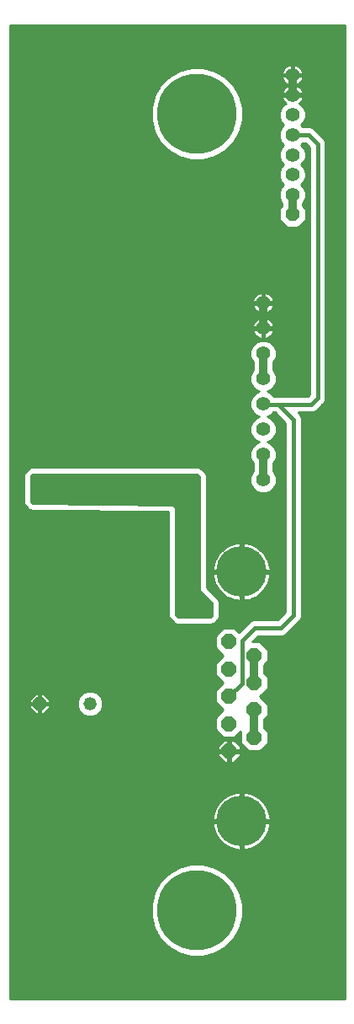
<source format=gbl>
G75*
%MOIN*%
%OFA0B0*%
%FSLAX25Y25*%
%IPPOS*%
%LPD*%
%AMOC8*
5,1,8,0,0,1.08239X$1,22.5*
%
%ADD10OC8,0.06000*%
%ADD11C,0.20000*%
%ADD12OC8,0.05200*%
%ADD13C,0.05200*%
%ADD14C,0.05543*%
%ADD15OC8,0.05543*%
%ADD16C,0.31496*%
%ADD17C,0.03200*%
%ADD18C,0.01000*%
%ADD19C,0.03962*%
%ADD20C,0.00100*%
%ADD21C,0.01600*%
D10*
X0112122Y0119144D03*
X0112122Y0129944D03*
X0112122Y0140744D03*
X0112122Y0151544D03*
X0112122Y0162344D03*
X0122122Y0156944D03*
X0122122Y0146144D03*
X0122122Y0135344D03*
X0122122Y0124544D03*
D11*
X0117122Y0091444D03*
X0117122Y0190044D03*
D12*
X0037122Y0137870D03*
D13*
X0057122Y0137870D03*
D14*
X0125705Y0226370D03*
X0125705Y0236370D03*
X0125705Y0246370D03*
X0125705Y0256370D03*
X0125705Y0266370D03*
X0125705Y0276370D03*
X0125705Y0286370D03*
X0125705Y0296370D03*
X0137319Y0339244D03*
X0137319Y0347118D03*
X0137319Y0354992D03*
X0137319Y0362866D03*
X0137319Y0370740D03*
X0137319Y0378614D03*
X0137319Y0386488D03*
D15*
X0137319Y0331370D03*
D16*
X0099484Y0371138D03*
X0099484Y0056177D03*
D17*
X0122122Y0124544D02*
X0122122Y0135344D01*
X0122122Y0146144D02*
X0122122Y0156944D01*
X0125705Y0226370D02*
X0125705Y0236370D01*
X0125705Y0266370D02*
X0125705Y0276370D01*
X0125705Y0286370D02*
X0125705Y0296370D01*
X0137319Y0331370D02*
X0137319Y0339244D01*
X0137319Y0378614D02*
X0137319Y0386488D01*
D18*
X0025246Y0406006D02*
X0025246Y0021309D01*
X0157974Y0021309D01*
X0157974Y0406006D01*
X0025246Y0406006D01*
X0025246Y0405228D02*
X0157974Y0405228D01*
X0157974Y0404229D02*
X0025246Y0404229D01*
X0025246Y0403231D02*
X0157974Y0403231D01*
X0157974Y0402232D02*
X0025246Y0402232D01*
X0025246Y0401234D02*
X0157974Y0401234D01*
X0157974Y0400235D02*
X0025246Y0400235D01*
X0025246Y0399237D02*
X0157974Y0399237D01*
X0157974Y0398238D02*
X0025246Y0398238D01*
X0025246Y0397240D02*
X0157974Y0397240D01*
X0157974Y0396241D02*
X0025246Y0396241D01*
X0025246Y0395243D02*
X0157974Y0395243D01*
X0157974Y0394244D02*
X0025246Y0394244D01*
X0025246Y0393246D02*
X0157974Y0393246D01*
X0157974Y0392247D02*
X0025246Y0392247D01*
X0025246Y0391249D02*
X0157974Y0391249D01*
X0157974Y0390250D02*
X0139344Y0390250D01*
X0139558Y0390142D02*
X0138959Y0390447D01*
X0138319Y0390655D01*
X0137705Y0390752D01*
X0137705Y0386874D01*
X0141583Y0386874D01*
X0141485Y0387488D01*
X0141278Y0388128D01*
X0140972Y0388727D01*
X0140577Y0389271D01*
X0140102Y0389746D01*
X0139558Y0390142D01*
X0140591Y0389252D02*
X0157974Y0389252D01*
X0157974Y0388253D02*
X0141214Y0388253D01*
X0141522Y0387255D02*
X0157974Y0387255D01*
X0157974Y0386256D02*
X0137705Y0386256D01*
X0137705Y0386102D02*
X0137705Y0386874D01*
X0136933Y0386874D01*
X0136933Y0386102D01*
X0137705Y0386102D01*
X0141583Y0386102D01*
X0141485Y0385488D01*
X0141278Y0384848D01*
X0140972Y0384249D01*
X0140577Y0383705D01*
X0140102Y0383230D01*
X0139558Y0382835D01*
X0139001Y0382551D01*
X0139558Y0382268D01*
X0140102Y0381872D01*
X0140577Y0381397D01*
X0140972Y0380853D01*
X0141278Y0380254D01*
X0141485Y0379614D01*
X0141583Y0379000D01*
X0137705Y0379000D01*
X0137705Y0378228D01*
X0141583Y0378228D01*
X0141485Y0377614D01*
X0141278Y0376974D01*
X0140972Y0376375D01*
X0140577Y0375831D01*
X0140102Y0375356D01*
X0140047Y0375316D01*
X0140305Y0375209D01*
X0141788Y0373726D01*
X0142591Y0371789D01*
X0142591Y0369692D01*
X0141788Y0367754D01*
X0140837Y0366803D01*
X0141533Y0366107D01*
X0144401Y0366107D01*
X0145613Y0365605D01*
X0146542Y0364676D01*
X0149113Y0362105D01*
X0150042Y0361176D01*
X0150544Y0359963D01*
X0150544Y0258151D01*
X0150042Y0256938D01*
X0149113Y0256009D01*
X0146613Y0253509D01*
X0145401Y0253007D01*
X0139711Y0253007D01*
X0140542Y0252176D01*
X0141044Y0250963D01*
X0141044Y0172151D01*
X0140542Y0170938D01*
X0134613Y0165009D01*
X0133401Y0164507D01*
X0123611Y0164507D01*
X0121548Y0162444D01*
X0124400Y0162444D01*
X0127622Y0159222D01*
X0127622Y0154666D01*
X0126222Y0153266D01*
X0126222Y0149822D01*
X0127622Y0148422D01*
X0127622Y0143866D01*
X0124500Y0140744D01*
X0127622Y0137622D01*
X0127622Y0133066D01*
X0126222Y0131666D01*
X0126222Y0128222D01*
X0127622Y0126822D01*
X0127622Y0122266D01*
X0124400Y0119044D01*
X0119844Y0119044D01*
X0116622Y0122266D01*
X0116622Y0126666D01*
X0114400Y0124444D01*
X0109844Y0124444D01*
X0106622Y0127666D01*
X0106622Y0132222D01*
X0109744Y0135344D01*
X0106622Y0138466D01*
X0106622Y0143022D01*
X0109744Y0146144D01*
X0106622Y0149266D01*
X0106622Y0153822D01*
X0109744Y0156944D01*
X0106622Y0160066D01*
X0106622Y0164622D01*
X0109844Y0167844D01*
X0114400Y0167844D01*
X0116007Y0166237D01*
X0120375Y0170605D01*
X0121588Y0171107D01*
X0131377Y0171107D01*
X0134444Y0174174D01*
X0134444Y0248940D01*
X0130377Y0253007D01*
X0129797Y0253007D01*
X0128691Y0251901D01*
X0127409Y0251370D01*
X0128691Y0250839D01*
X0130174Y0249356D01*
X0130976Y0247419D01*
X0130976Y0245321D01*
X0130174Y0243384D01*
X0128691Y0241901D01*
X0127409Y0241370D01*
X0128691Y0240839D01*
X0130174Y0239356D01*
X0130976Y0237419D01*
X0130976Y0235321D01*
X0130174Y0233384D01*
X0129805Y0233015D01*
X0129805Y0229725D01*
X0130174Y0229356D01*
X0130976Y0227419D01*
X0130976Y0225321D01*
X0130174Y0223384D01*
X0128691Y0221901D01*
X0126753Y0221098D01*
X0124656Y0221098D01*
X0122719Y0221901D01*
X0121236Y0223384D01*
X0120433Y0225321D01*
X0120433Y0227419D01*
X0121236Y0229356D01*
X0121605Y0229725D01*
X0121605Y0233015D01*
X0121236Y0233384D01*
X0120433Y0235321D01*
X0120433Y0237419D01*
X0121236Y0239356D01*
X0122719Y0240839D01*
X0124000Y0241370D01*
X0122719Y0241901D01*
X0121236Y0243384D01*
X0120433Y0245321D01*
X0120433Y0247419D01*
X0121236Y0249356D01*
X0122719Y0250839D01*
X0124000Y0251370D01*
X0122719Y0251901D01*
X0121236Y0253384D01*
X0120433Y0255321D01*
X0120433Y0257419D01*
X0121236Y0259356D01*
X0122719Y0260839D01*
X0124000Y0261370D01*
X0122719Y0261901D01*
X0121236Y0263384D01*
X0120433Y0265321D01*
X0120433Y0267419D01*
X0121236Y0269356D01*
X0121605Y0269725D01*
X0121605Y0273015D01*
X0121236Y0273384D01*
X0120433Y0275321D01*
X0120433Y0277419D01*
X0121236Y0279356D01*
X0122719Y0280839D01*
X0124656Y0281642D01*
X0126753Y0281642D01*
X0128691Y0280839D01*
X0130174Y0279356D01*
X0130976Y0277419D01*
X0130976Y0275321D01*
X0130174Y0273384D01*
X0129805Y0273015D01*
X0129805Y0269725D01*
X0130174Y0269356D01*
X0130976Y0267419D01*
X0130976Y0265321D01*
X0130174Y0263384D01*
X0128691Y0261901D01*
X0127409Y0261370D01*
X0128691Y0260839D01*
X0129923Y0259607D01*
X0143377Y0259607D01*
X0143944Y0260174D01*
X0143944Y0357940D01*
X0142377Y0359507D01*
X0141415Y0359507D01*
X0140837Y0358929D01*
X0141788Y0357978D01*
X0142591Y0356041D01*
X0142591Y0353944D01*
X0141788Y0352006D01*
X0140837Y0351055D01*
X0141788Y0350104D01*
X0142591Y0348167D01*
X0142591Y0346070D01*
X0141788Y0344132D01*
X0140837Y0343181D01*
X0141788Y0342230D01*
X0142591Y0340293D01*
X0142591Y0338195D01*
X0141788Y0336258D01*
X0141419Y0335889D01*
X0141419Y0334725D01*
X0142591Y0333554D01*
X0142591Y0329186D01*
X0139502Y0326098D01*
X0135135Y0326098D01*
X0132047Y0329186D01*
X0132047Y0333554D01*
X0133219Y0334725D01*
X0133219Y0335889D01*
X0132850Y0336258D01*
X0132047Y0338195D01*
X0132047Y0340293D01*
X0132850Y0342230D01*
X0133801Y0343181D01*
X0132850Y0344132D01*
X0132047Y0346070D01*
X0132047Y0348167D01*
X0132850Y0350104D01*
X0133801Y0351055D01*
X0132850Y0352006D01*
X0132047Y0353944D01*
X0132047Y0356041D01*
X0132850Y0357978D01*
X0133801Y0358929D01*
X0132850Y0359880D01*
X0132047Y0361818D01*
X0132047Y0363915D01*
X0132850Y0365852D01*
X0133801Y0366803D01*
X0132850Y0367754D01*
X0132047Y0369692D01*
X0132047Y0371789D01*
X0132850Y0373726D01*
X0134333Y0375209D01*
X0134591Y0375316D01*
X0134536Y0375356D01*
X0134061Y0375831D01*
X0133665Y0376375D01*
X0133360Y0376974D01*
X0133152Y0377614D01*
X0133055Y0378228D01*
X0136933Y0378228D01*
X0136933Y0379000D01*
X0133055Y0379000D01*
X0133152Y0379614D01*
X0133360Y0380254D01*
X0133665Y0380853D01*
X0134061Y0381397D01*
X0134536Y0381872D01*
X0135080Y0382268D01*
X0135637Y0382551D01*
X0135080Y0382835D01*
X0134536Y0383230D01*
X0134061Y0383705D01*
X0133665Y0384249D01*
X0133360Y0384848D01*
X0133152Y0385488D01*
X0133055Y0386102D01*
X0136933Y0386102D01*
X0136933Y0379000D01*
X0137705Y0379000D01*
X0137705Y0382224D01*
X0137705Y0386102D01*
X0136933Y0386256D02*
X0109794Y0386256D01*
X0110689Y0385740D02*
X0106528Y0388142D01*
X0101887Y0389386D01*
X0097082Y0389386D01*
X0092441Y0388142D01*
X0088280Y0385740D01*
X0084882Y0382342D01*
X0082480Y0378181D01*
X0081236Y0373540D01*
X0081236Y0368735D01*
X0082480Y0364094D01*
X0084882Y0359933D01*
X0088280Y0356536D01*
X0092441Y0354133D01*
X0097082Y0352890D01*
X0101887Y0352890D01*
X0106528Y0354133D01*
X0110689Y0356536D01*
X0114086Y0359933D01*
X0116489Y0364094D01*
X0117732Y0368735D01*
X0117732Y0373540D01*
X0116489Y0378181D01*
X0114086Y0382342D01*
X0110689Y0385740D01*
X0111171Y0385258D02*
X0133227Y0385258D01*
X0133660Y0384259D02*
X0112169Y0384259D01*
X0113168Y0383261D02*
X0134505Y0383261D01*
X0135073Y0382262D02*
X0114133Y0382262D01*
X0114709Y0381264D02*
X0133964Y0381264D01*
X0133366Y0380265D02*
X0115286Y0380265D01*
X0115862Y0379267D02*
X0133097Y0379267D01*
X0133264Y0377270D02*
X0116733Y0377270D01*
X0117001Y0376271D02*
X0133741Y0376271D01*
X0134486Y0375273D02*
X0117268Y0375273D01*
X0117536Y0374274D02*
X0133398Y0374274D01*
X0132663Y0373276D02*
X0117732Y0373276D01*
X0117732Y0372277D02*
X0132250Y0372277D01*
X0132047Y0371279D02*
X0117732Y0371279D01*
X0117732Y0370280D02*
X0132047Y0370280D01*
X0132217Y0369282D02*
X0117732Y0369282D01*
X0117611Y0368283D02*
X0132631Y0368283D01*
X0133319Y0367285D02*
X0117344Y0367285D01*
X0117076Y0366286D02*
X0133284Y0366286D01*
X0132616Y0365288D02*
X0116808Y0365288D01*
X0116541Y0364289D02*
X0132202Y0364289D01*
X0132047Y0363291D02*
X0116025Y0363291D01*
X0115448Y0362292D02*
X0132047Y0362292D01*
X0132264Y0361293D02*
X0114872Y0361293D01*
X0114295Y0360295D02*
X0132678Y0360295D01*
X0133433Y0359296D02*
X0113450Y0359296D01*
X0112451Y0358298D02*
X0133170Y0358298D01*
X0132569Y0357299D02*
X0111453Y0357299D01*
X0110282Y0356301D02*
X0132155Y0356301D01*
X0132047Y0355302D02*
X0108553Y0355302D01*
X0106823Y0354304D02*
X0132047Y0354304D01*
X0132312Y0353305D02*
X0103438Y0353305D01*
X0095531Y0353305D02*
X0025246Y0353305D01*
X0025246Y0352307D02*
X0132725Y0352307D01*
X0133547Y0351308D02*
X0025246Y0351308D01*
X0025246Y0350310D02*
X0133055Y0350310D01*
X0132521Y0349311D02*
X0025246Y0349311D01*
X0025246Y0348313D02*
X0132108Y0348313D01*
X0132047Y0347314D02*
X0025246Y0347314D01*
X0025246Y0346316D02*
X0132047Y0346316D01*
X0132359Y0345317D02*
X0025246Y0345317D01*
X0025246Y0344319D02*
X0132772Y0344319D01*
X0133661Y0343320D02*
X0025246Y0343320D01*
X0025246Y0342322D02*
X0132941Y0342322D01*
X0132474Y0341323D02*
X0025246Y0341323D01*
X0025246Y0340325D02*
X0132061Y0340325D01*
X0132047Y0339326D02*
X0025246Y0339326D01*
X0025246Y0338328D02*
X0132047Y0338328D01*
X0132406Y0337329D02*
X0025246Y0337329D01*
X0025246Y0336331D02*
X0132820Y0336331D01*
X0133219Y0335332D02*
X0025246Y0335332D01*
X0025246Y0334334D02*
X0132827Y0334334D01*
X0132047Y0333335D02*
X0025246Y0333335D01*
X0025246Y0332337D02*
X0132047Y0332337D01*
X0132047Y0331338D02*
X0025246Y0331338D01*
X0025246Y0330340D02*
X0132047Y0330340D01*
X0132047Y0329341D02*
X0025246Y0329341D01*
X0025246Y0328343D02*
X0132891Y0328343D01*
X0133890Y0327344D02*
X0025246Y0327344D01*
X0025246Y0326346D02*
X0134888Y0326346D01*
X0139750Y0326346D02*
X0143944Y0326346D01*
X0143944Y0327344D02*
X0140748Y0327344D01*
X0141747Y0328343D02*
X0143944Y0328343D01*
X0143944Y0329341D02*
X0142591Y0329341D01*
X0142591Y0330340D02*
X0143944Y0330340D01*
X0143944Y0331338D02*
X0142591Y0331338D01*
X0142591Y0332337D02*
X0143944Y0332337D01*
X0143944Y0333335D02*
X0142591Y0333335D01*
X0141811Y0334334D02*
X0143944Y0334334D01*
X0143944Y0335332D02*
X0141419Y0335332D01*
X0141818Y0336331D02*
X0143944Y0336331D01*
X0143944Y0337329D02*
X0142232Y0337329D01*
X0142591Y0338328D02*
X0143944Y0338328D01*
X0143944Y0339326D02*
X0142591Y0339326D01*
X0142577Y0340325D02*
X0143944Y0340325D01*
X0143944Y0341323D02*
X0142164Y0341323D01*
X0141696Y0342322D02*
X0143944Y0342322D01*
X0143944Y0343320D02*
X0140976Y0343320D01*
X0141865Y0344319D02*
X0143944Y0344319D01*
X0143944Y0345317D02*
X0142279Y0345317D01*
X0142591Y0346316D02*
X0143944Y0346316D01*
X0143944Y0347314D02*
X0142591Y0347314D01*
X0142530Y0348313D02*
X0143944Y0348313D01*
X0143944Y0349311D02*
X0142116Y0349311D01*
X0141582Y0350310D02*
X0143944Y0350310D01*
X0143944Y0351308D02*
X0141090Y0351308D01*
X0141913Y0352307D02*
X0143944Y0352307D01*
X0143944Y0353305D02*
X0142326Y0353305D01*
X0142591Y0354304D02*
X0143944Y0354304D01*
X0143944Y0355302D02*
X0142591Y0355302D01*
X0142483Y0356301D02*
X0143944Y0356301D01*
X0143944Y0357299D02*
X0142069Y0357299D01*
X0141468Y0358298D02*
X0143586Y0358298D01*
X0142588Y0359296D02*
X0141204Y0359296D01*
X0141354Y0366286D02*
X0157974Y0366286D01*
X0157974Y0365288D02*
X0145931Y0365288D01*
X0146929Y0364289D02*
X0157974Y0364289D01*
X0157974Y0363291D02*
X0147928Y0363291D01*
X0148926Y0362292D02*
X0157974Y0362292D01*
X0157974Y0361293D02*
X0149925Y0361293D01*
X0150407Y0360295D02*
X0157974Y0360295D01*
X0157974Y0359296D02*
X0150544Y0359296D01*
X0150544Y0358298D02*
X0157974Y0358298D01*
X0157974Y0357299D02*
X0150544Y0357299D01*
X0150544Y0356301D02*
X0157974Y0356301D01*
X0157974Y0355302D02*
X0150544Y0355302D01*
X0150544Y0354304D02*
X0157974Y0354304D01*
X0157974Y0353305D02*
X0150544Y0353305D01*
X0150544Y0352307D02*
X0157974Y0352307D01*
X0157974Y0351308D02*
X0150544Y0351308D01*
X0150544Y0350310D02*
X0157974Y0350310D01*
X0157974Y0349311D02*
X0150544Y0349311D01*
X0150544Y0348313D02*
X0157974Y0348313D01*
X0157974Y0347314D02*
X0150544Y0347314D01*
X0150544Y0346316D02*
X0157974Y0346316D01*
X0157974Y0345317D02*
X0150544Y0345317D01*
X0150544Y0344319D02*
X0157974Y0344319D01*
X0157974Y0343320D02*
X0150544Y0343320D01*
X0150544Y0342322D02*
X0157974Y0342322D01*
X0157974Y0341323D02*
X0150544Y0341323D01*
X0150544Y0340325D02*
X0157974Y0340325D01*
X0157974Y0339326D02*
X0150544Y0339326D01*
X0150544Y0338328D02*
X0157974Y0338328D01*
X0157974Y0337329D02*
X0150544Y0337329D01*
X0150544Y0336331D02*
X0157974Y0336331D01*
X0157974Y0335332D02*
X0150544Y0335332D01*
X0150544Y0334334D02*
X0157974Y0334334D01*
X0157974Y0333335D02*
X0150544Y0333335D01*
X0150544Y0332337D02*
X0157974Y0332337D01*
X0157974Y0331338D02*
X0150544Y0331338D01*
X0150544Y0330340D02*
X0157974Y0330340D01*
X0157974Y0329341D02*
X0150544Y0329341D01*
X0150544Y0328343D02*
X0157974Y0328343D01*
X0157974Y0327344D02*
X0150544Y0327344D01*
X0150544Y0326346D02*
X0157974Y0326346D01*
X0157974Y0325347D02*
X0150544Y0325347D01*
X0150544Y0324349D02*
X0157974Y0324349D01*
X0157974Y0323350D02*
X0150544Y0323350D01*
X0150544Y0322352D02*
X0157974Y0322352D01*
X0157974Y0321353D02*
X0150544Y0321353D01*
X0150544Y0320355D02*
X0157974Y0320355D01*
X0157974Y0319356D02*
X0150544Y0319356D01*
X0150544Y0318358D02*
X0157974Y0318358D01*
X0157974Y0317359D02*
X0150544Y0317359D01*
X0150544Y0316360D02*
X0157974Y0316360D01*
X0157974Y0315362D02*
X0150544Y0315362D01*
X0150544Y0314363D02*
X0157974Y0314363D01*
X0157974Y0313365D02*
X0150544Y0313365D01*
X0150544Y0312366D02*
X0157974Y0312366D01*
X0157974Y0311368D02*
X0150544Y0311368D01*
X0150544Y0310369D02*
X0157974Y0310369D01*
X0157974Y0309371D02*
X0150544Y0309371D01*
X0150544Y0308372D02*
X0157974Y0308372D01*
X0157974Y0307374D02*
X0150544Y0307374D01*
X0150544Y0306375D02*
X0157974Y0306375D01*
X0157974Y0305377D02*
X0150544Y0305377D01*
X0150544Y0304378D02*
X0157974Y0304378D01*
X0157974Y0303380D02*
X0150544Y0303380D01*
X0150544Y0302381D02*
X0157974Y0302381D01*
X0157974Y0301383D02*
X0150544Y0301383D01*
X0150544Y0300384D02*
X0157974Y0300384D01*
X0157974Y0299386D02*
X0150544Y0299386D01*
X0150544Y0298387D02*
X0157974Y0298387D01*
X0157974Y0297389D02*
X0150544Y0297389D01*
X0150544Y0296390D02*
X0157974Y0296390D01*
X0157974Y0295392D02*
X0150544Y0295392D01*
X0150544Y0294393D02*
X0157974Y0294393D01*
X0157974Y0293395D02*
X0150544Y0293395D01*
X0150544Y0292396D02*
X0157974Y0292396D01*
X0157974Y0291398D02*
X0150544Y0291398D01*
X0150544Y0290399D02*
X0157974Y0290399D01*
X0157974Y0289401D02*
X0150544Y0289401D01*
X0150544Y0288402D02*
X0157974Y0288402D01*
X0157974Y0287404D02*
X0150544Y0287404D01*
X0150544Y0286405D02*
X0157974Y0286405D01*
X0157974Y0285407D02*
X0150544Y0285407D01*
X0150544Y0284408D02*
X0157974Y0284408D01*
X0157974Y0283410D02*
X0150544Y0283410D01*
X0150544Y0282411D02*
X0157974Y0282411D01*
X0157974Y0281413D02*
X0150544Y0281413D01*
X0150544Y0280414D02*
X0157974Y0280414D01*
X0157974Y0279416D02*
X0150544Y0279416D01*
X0150544Y0278417D02*
X0157974Y0278417D01*
X0157974Y0277419D02*
X0150544Y0277419D01*
X0150544Y0276420D02*
X0157974Y0276420D01*
X0157974Y0275422D02*
X0150544Y0275422D01*
X0150544Y0274423D02*
X0157974Y0274423D01*
X0157974Y0273424D02*
X0150544Y0273424D01*
X0150544Y0272426D02*
X0157974Y0272426D01*
X0157974Y0271427D02*
X0150544Y0271427D01*
X0150544Y0270429D02*
X0157974Y0270429D01*
X0157974Y0269430D02*
X0150544Y0269430D01*
X0150544Y0268432D02*
X0157974Y0268432D01*
X0157974Y0267433D02*
X0150544Y0267433D01*
X0150544Y0266435D02*
X0157974Y0266435D01*
X0157974Y0265436D02*
X0150544Y0265436D01*
X0150544Y0264438D02*
X0157974Y0264438D01*
X0157974Y0263439D02*
X0150544Y0263439D01*
X0150544Y0262441D02*
X0157974Y0262441D01*
X0157974Y0261442D02*
X0150544Y0261442D01*
X0150544Y0260444D02*
X0157974Y0260444D01*
X0157974Y0259445D02*
X0150544Y0259445D01*
X0150544Y0258447D02*
X0157974Y0258447D01*
X0157974Y0257448D02*
X0150253Y0257448D01*
X0149554Y0256450D02*
X0157974Y0256450D01*
X0157974Y0255451D02*
X0148555Y0255451D01*
X0147557Y0254453D02*
X0157974Y0254453D01*
X0157974Y0253454D02*
X0146480Y0253454D01*
X0143944Y0260444D02*
X0129086Y0260444D01*
X0127584Y0261442D02*
X0143944Y0261442D01*
X0143944Y0262441D02*
X0129231Y0262441D01*
X0130197Y0263439D02*
X0143944Y0263439D01*
X0143944Y0264438D02*
X0130610Y0264438D01*
X0130976Y0265436D02*
X0143944Y0265436D01*
X0143944Y0266435D02*
X0130976Y0266435D01*
X0130970Y0267433D02*
X0143944Y0267433D01*
X0143944Y0268432D02*
X0130557Y0268432D01*
X0130100Y0269430D02*
X0143944Y0269430D01*
X0143944Y0270429D02*
X0129805Y0270429D01*
X0129805Y0271427D02*
X0143944Y0271427D01*
X0143944Y0272426D02*
X0129805Y0272426D01*
X0130191Y0273424D02*
X0143944Y0273424D01*
X0143944Y0274423D02*
X0130604Y0274423D01*
X0130976Y0275422D02*
X0143944Y0275422D01*
X0143944Y0276420D02*
X0130976Y0276420D01*
X0130976Y0277419D02*
X0143944Y0277419D01*
X0143944Y0278417D02*
X0130563Y0278417D01*
X0130114Y0279416D02*
X0143944Y0279416D01*
X0143944Y0280414D02*
X0129116Y0280414D01*
X0127307Y0281413D02*
X0143944Y0281413D01*
X0143944Y0282411D02*
X0127344Y0282411D01*
X0127944Y0282717D01*
X0128488Y0283112D01*
X0128963Y0283587D01*
X0129358Y0284131D01*
X0129663Y0284730D01*
X0129871Y0285370D01*
X0129968Y0285984D01*
X0126091Y0285984D01*
X0126091Y0286756D01*
X0129968Y0286756D01*
X0129871Y0287370D01*
X0129663Y0288010D01*
X0129358Y0288609D01*
X0128963Y0289153D01*
X0128488Y0289628D01*
X0127944Y0290024D01*
X0127344Y0290329D01*
X0126705Y0290537D01*
X0126091Y0290634D01*
X0126091Y0286756D01*
X0125319Y0286756D01*
X0125319Y0290634D01*
X0124704Y0290537D01*
X0124065Y0290329D01*
X0123466Y0290024D01*
X0122922Y0289628D01*
X0122446Y0289153D01*
X0122051Y0288609D01*
X0121746Y0288010D01*
X0121538Y0287370D01*
X0121441Y0286756D01*
X0125319Y0286756D01*
X0125319Y0285984D01*
X0126091Y0285984D01*
X0126091Y0282106D01*
X0126705Y0282204D01*
X0127344Y0282411D01*
X0126091Y0282411D02*
X0125319Y0282411D01*
X0125319Y0282106D02*
X0125319Y0285984D01*
X0121441Y0285984D01*
X0121538Y0285370D01*
X0121746Y0284730D01*
X0122051Y0284131D01*
X0122446Y0283587D01*
X0122922Y0283112D01*
X0123466Y0282717D01*
X0124065Y0282411D01*
X0124704Y0282204D01*
X0125319Y0282106D01*
X0124066Y0282411D02*
X0025246Y0282411D01*
X0025246Y0281413D02*
X0124103Y0281413D01*
X0122293Y0280414D02*
X0025246Y0280414D01*
X0025246Y0279416D02*
X0121295Y0279416D01*
X0120847Y0278417D02*
X0025246Y0278417D01*
X0025246Y0277419D02*
X0120433Y0277419D01*
X0120433Y0276420D02*
X0025246Y0276420D01*
X0025246Y0275422D02*
X0120433Y0275422D01*
X0120805Y0274423D02*
X0025246Y0274423D01*
X0025246Y0273424D02*
X0121219Y0273424D01*
X0121605Y0272426D02*
X0025246Y0272426D01*
X0025246Y0271427D02*
X0121605Y0271427D01*
X0121605Y0270429D02*
X0025246Y0270429D01*
X0025246Y0269430D02*
X0121310Y0269430D01*
X0120853Y0268432D02*
X0025246Y0268432D01*
X0025246Y0267433D02*
X0120439Y0267433D01*
X0120433Y0266435D02*
X0025246Y0266435D01*
X0025246Y0265436D02*
X0120433Y0265436D01*
X0120799Y0264438D02*
X0025246Y0264438D01*
X0025246Y0263439D02*
X0121213Y0263439D01*
X0122179Y0262441D02*
X0025246Y0262441D01*
X0025246Y0261442D02*
X0123826Y0261442D01*
X0122323Y0260444D02*
X0025246Y0260444D01*
X0025246Y0259445D02*
X0121325Y0259445D01*
X0120859Y0258447D02*
X0025246Y0258447D01*
X0025246Y0257448D02*
X0120445Y0257448D01*
X0120433Y0256450D02*
X0025246Y0256450D01*
X0025246Y0255451D02*
X0120433Y0255451D01*
X0120793Y0254453D02*
X0025246Y0254453D01*
X0025246Y0253454D02*
X0121206Y0253454D01*
X0122164Y0252456D02*
X0025246Y0252456D01*
X0025246Y0251457D02*
X0123790Y0251457D01*
X0122338Y0250459D02*
X0025246Y0250459D01*
X0025246Y0249460D02*
X0121340Y0249460D01*
X0120865Y0248462D02*
X0025246Y0248462D01*
X0025246Y0247463D02*
X0120452Y0247463D01*
X0120433Y0246465D02*
X0025246Y0246465D01*
X0025246Y0245466D02*
X0120433Y0245466D01*
X0120787Y0244468D02*
X0025246Y0244468D01*
X0025246Y0243469D02*
X0121200Y0243469D01*
X0122149Y0242471D02*
X0025246Y0242471D01*
X0025246Y0241472D02*
X0123754Y0241472D01*
X0122353Y0240474D02*
X0025246Y0240474D01*
X0025246Y0239475D02*
X0121355Y0239475D01*
X0120871Y0238477D02*
X0025246Y0238477D01*
X0025246Y0237478D02*
X0120458Y0237478D01*
X0120433Y0236480D02*
X0025246Y0236480D01*
X0025246Y0235481D02*
X0120433Y0235481D01*
X0120781Y0234483D02*
X0025246Y0234483D01*
X0025246Y0233484D02*
X0121194Y0233484D01*
X0121605Y0232486D02*
X0025246Y0232486D01*
X0025246Y0231487D02*
X0121605Y0231487D01*
X0121605Y0230489D02*
X0101669Y0230489D01*
X0101906Y0230252D02*
X0101189Y0230969D01*
X0100251Y0231357D01*
X0033737Y0231357D01*
X0032800Y0230969D01*
X0031800Y0229969D01*
X0031800Y0229969D01*
X0031082Y0229252D01*
X0030694Y0228314D01*
X0030694Y0217803D01*
X0030692Y0217302D01*
X0030694Y0217297D01*
X0030694Y0217291D01*
X0030886Y0216826D01*
X0031076Y0216363D01*
X0031080Y0216359D01*
X0031082Y0216353D01*
X0031438Y0215998D01*
X0032419Y0215007D01*
X0032772Y0214649D01*
X0032777Y0214647D01*
X0032780Y0214643D01*
X0033242Y0214449D01*
X0033705Y0214252D01*
X0033711Y0214252D01*
X0033716Y0214250D01*
X0034217Y0214248D01*
X0088194Y0213780D01*
X0088194Y0173326D01*
X0088186Y0173306D01*
X0088194Y0172820D01*
X0088194Y0172334D01*
X0088203Y0172313D01*
X0088203Y0172291D01*
X0088396Y0171845D01*
X0088582Y0171397D01*
X0088598Y0171381D01*
X0088607Y0171361D01*
X0088956Y0171023D01*
X0089300Y0170679D01*
X0089320Y0170671D01*
X0089984Y0170028D01*
X0090322Y0169687D01*
X0090348Y0169676D01*
X0090369Y0169656D01*
X0090815Y0169480D01*
X0091257Y0169294D01*
X0091286Y0169294D01*
X0091313Y0169283D01*
X0091792Y0169291D01*
X0104286Y0169227D01*
X0104313Y0169217D01*
X0104792Y0169225D01*
X0105272Y0169222D01*
X0105298Y0169233D01*
X0105327Y0169234D01*
X0105767Y0169424D01*
X0106211Y0169606D01*
X0106231Y0169626D01*
X0106258Y0169637D01*
X0106591Y0169982D01*
X0106932Y0170319D01*
X0106943Y0170346D01*
X0107562Y0170986D01*
X0107906Y0171330D01*
X0107914Y0171350D01*
X0107930Y0171366D01*
X0108108Y0171818D01*
X0108294Y0172267D01*
X0108294Y0172289D01*
X0108302Y0172310D01*
X0108294Y0172795D01*
X0108294Y0178314D01*
X0107906Y0179252D01*
X0103294Y0183863D01*
X0103294Y0228314D01*
X0102906Y0229252D01*
X0101906Y0230252D01*
X0102667Y0229490D02*
X0121369Y0229490D01*
X0120877Y0228491D02*
X0103221Y0228491D01*
X0103294Y0227493D02*
X0120464Y0227493D01*
X0120433Y0226494D02*
X0103294Y0226494D01*
X0103294Y0225496D02*
X0120433Y0225496D01*
X0120774Y0224497D02*
X0103294Y0224497D01*
X0103294Y0223499D02*
X0121188Y0223499D01*
X0122119Y0222500D02*
X0103294Y0222500D01*
X0103294Y0221502D02*
X0123682Y0221502D01*
X0127727Y0221502D02*
X0134444Y0221502D01*
X0134444Y0222500D02*
X0129290Y0222500D01*
X0130221Y0223499D02*
X0134444Y0223499D01*
X0134444Y0224497D02*
X0130635Y0224497D01*
X0130976Y0225496D02*
X0134444Y0225496D01*
X0134444Y0226494D02*
X0130976Y0226494D01*
X0130946Y0227493D02*
X0134444Y0227493D01*
X0134444Y0228491D02*
X0130532Y0228491D01*
X0130040Y0229490D02*
X0134444Y0229490D01*
X0134444Y0230489D02*
X0129805Y0230489D01*
X0129805Y0231487D02*
X0134444Y0231487D01*
X0134444Y0232486D02*
X0129805Y0232486D01*
X0130215Y0233484D02*
X0134444Y0233484D01*
X0134444Y0234483D02*
X0130629Y0234483D01*
X0130976Y0235481D02*
X0134444Y0235481D01*
X0134444Y0236480D02*
X0130976Y0236480D01*
X0130952Y0237478D02*
X0134444Y0237478D01*
X0134444Y0238477D02*
X0130538Y0238477D01*
X0130055Y0239475D02*
X0134444Y0239475D01*
X0134444Y0240474D02*
X0129056Y0240474D01*
X0127656Y0241472D02*
X0134444Y0241472D01*
X0134444Y0242471D02*
X0129261Y0242471D01*
X0130209Y0243469D02*
X0134444Y0243469D01*
X0134444Y0244468D02*
X0130623Y0244468D01*
X0130976Y0245466D02*
X0134444Y0245466D01*
X0134444Y0246465D02*
X0130976Y0246465D01*
X0130958Y0247463D02*
X0134444Y0247463D01*
X0134444Y0248462D02*
X0130544Y0248462D01*
X0130070Y0249460D02*
X0133924Y0249460D01*
X0132926Y0250459D02*
X0129071Y0250459D01*
X0127620Y0251457D02*
X0131927Y0251457D01*
X0130929Y0252456D02*
X0129246Y0252456D01*
X0140262Y0252456D02*
X0157974Y0252456D01*
X0157974Y0251457D02*
X0140840Y0251457D01*
X0141044Y0250459D02*
X0157974Y0250459D01*
X0157974Y0249460D02*
X0141044Y0249460D01*
X0141044Y0248462D02*
X0157974Y0248462D01*
X0157974Y0247463D02*
X0141044Y0247463D01*
X0141044Y0246465D02*
X0157974Y0246465D01*
X0157974Y0245466D02*
X0141044Y0245466D01*
X0141044Y0244468D02*
X0157974Y0244468D01*
X0157974Y0243469D02*
X0141044Y0243469D01*
X0141044Y0242471D02*
X0157974Y0242471D01*
X0157974Y0241472D02*
X0141044Y0241472D01*
X0141044Y0240474D02*
X0157974Y0240474D01*
X0157974Y0239475D02*
X0141044Y0239475D01*
X0141044Y0238477D02*
X0157974Y0238477D01*
X0157974Y0237478D02*
X0141044Y0237478D01*
X0141044Y0236480D02*
X0157974Y0236480D01*
X0157974Y0235481D02*
X0141044Y0235481D01*
X0141044Y0234483D02*
X0157974Y0234483D01*
X0157974Y0233484D02*
X0141044Y0233484D01*
X0141044Y0232486D02*
X0157974Y0232486D01*
X0157974Y0231487D02*
X0141044Y0231487D01*
X0141044Y0230489D02*
X0157974Y0230489D01*
X0157974Y0229490D02*
X0141044Y0229490D01*
X0141044Y0228491D02*
X0157974Y0228491D01*
X0157974Y0227493D02*
X0141044Y0227493D01*
X0141044Y0226494D02*
X0157974Y0226494D01*
X0157974Y0225496D02*
X0141044Y0225496D01*
X0141044Y0224497D02*
X0157974Y0224497D01*
X0157974Y0223499D02*
X0141044Y0223499D01*
X0141044Y0222500D02*
X0157974Y0222500D01*
X0157974Y0221502D02*
X0141044Y0221502D01*
X0141044Y0220503D02*
X0157974Y0220503D01*
X0157974Y0219505D02*
X0141044Y0219505D01*
X0141044Y0218506D02*
X0157974Y0218506D01*
X0157974Y0217508D02*
X0141044Y0217508D01*
X0141044Y0216509D02*
X0157974Y0216509D01*
X0157974Y0215511D02*
X0141044Y0215511D01*
X0141044Y0214512D02*
X0157974Y0214512D01*
X0157974Y0213514D02*
X0141044Y0213514D01*
X0141044Y0212515D02*
X0157974Y0212515D01*
X0157974Y0211517D02*
X0141044Y0211517D01*
X0141044Y0210518D02*
X0157974Y0210518D01*
X0157974Y0209520D02*
X0141044Y0209520D01*
X0141044Y0208521D02*
X0157974Y0208521D01*
X0157974Y0207523D02*
X0141044Y0207523D01*
X0141044Y0206524D02*
X0157974Y0206524D01*
X0157974Y0205526D02*
X0141044Y0205526D01*
X0141044Y0204527D02*
X0157974Y0204527D01*
X0157974Y0203529D02*
X0141044Y0203529D01*
X0141044Y0202530D02*
X0157974Y0202530D01*
X0157974Y0201532D02*
X0141044Y0201532D01*
X0141044Y0200533D02*
X0157974Y0200533D01*
X0157974Y0199535D02*
X0141044Y0199535D01*
X0141044Y0198536D02*
X0157974Y0198536D01*
X0157974Y0197538D02*
X0141044Y0197538D01*
X0141044Y0196539D02*
X0157974Y0196539D01*
X0157974Y0195541D02*
X0141044Y0195541D01*
X0141044Y0194542D02*
X0157974Y0194542D01*
X0157974Y0193544D02*
X0141044Y0193544D01*
X0141044Y0192545D02*
X0157974Y0192545D01*
X0157974Y0191547D02*
X0141044Y0191547D01*
X0141044Y0190548D02*
X0157974Y0190548D01*
X0157974Y0189550D02*
X0141044Y0189550D01*
X0141044Y0188551D02*
X0157974Y0188551D01*
X0157974Y0187553D02*
X0141044Y0187553D01*
X0141044Y0186554D02*
X0157974Y0186554D01*
X0157974Y0185555D02*
X0141044Y0185555D01*
X0141044Y0184557D02*
X0157974Y0184557D01*
X0157974Y0183558D02*
X0141044Y0183558D01*
X0141044Y0182560D02*
X0157974Y0182560D01*
X0157974Y0181561D02*
X0141044Y0181561D01*
X0141044Y0180563D02*
X0157974Y0180563D01*
X0157974Y0179564D02*
X0141044Y0179564D01*
X0141044Y0178566D02*
X0157974Y0178566D01*
X0157974Y0177567D02*
X0141044Y0177567D01*
X0141044Y0176569D02*
X0157974Y0176569D01*
X0157974Y0175570D02*
X0141044Y0175570D01*
X0141044Y0174572D02*
X0157974Y0174572D01*
X0157974Y0173573D02*
X0141044Y0173573D01*
X0141044Y0172575D02*
X0157974Y0172575D01*
X0157974Y0171576D02*
X0140806Y0171576D01*
X0140182Y0170578D02*
X0157974Y0170578D01*
X0157974Y0169579D02*
X0139183Y0169579D01*
X0138185Y0168581D02*
X0157974Y0168581D01*
X0157974Y0167582D02*
X0137186Y0167582D01*
X0136188Y0166584D02*
X0157974Y0166584D01*
X0157974Y0165585D02*
X0135189Y0165585D01*
X0133593Y0164587D02*
X0157974Y0164587D01*
X0157974Y0163588D02*
X0122692Y0163588D01*
X0121694Y0162590D02*
X0157974Y0162590D01*
X0157974Y0161591D02*
X0125253Y0161591D01*
X0126252Y0160593D02*
X0157974Y0160593D01*
X0157974Y0159594D02*
X0127250Y0159594D01*
X0127622Y0158596D02*
X0157974Y0158596D01*
X0157974Y0157597D02*
X0127622Y0157597D01*
X0127622Y0156599D02*
X0157974Y0156599D01*
X0157974Y0155600D02*
X0127622Y0155600D01*
X0127558Y0154602D02*
X0157974Y0154602D01*
X0157974Y0153603D02*
X0126559Y0153603D01*
X0126222Y0152605D02*
X0157974Y0152605D01*
X0157974Y0151606D02*
X0126222Y0151606D01*
X0126222Y0150608D02*
X0157974Y0150608D01*
X0157974Y0149609D02*
X0126435Y0149609D01*
X0127434Y0148611D02*
X0157974Y0148611D01*
X0157974Y0147612D02*
X0127622Y0147612D01*
X0127622Y0146614D02*
X0157974Y0146614D01*
X0157974Y0145615D02*
X0127622Y0145615D01*
X0127622Y0144617D02*
X0157974Y0144617D01*
X0157974Y0143618D02*
X0127374Y0143618D01*
X0126376Y0142620D02*
X0157974Y0142620D01*
X0157974Y0141621D02*
X0125377Y0141621D01*
X0124622Y0140622D02*
X0157974Y0140622D01*
X0157974Y0139624D02*
X0125620Y0139624D01*
X0126619Y0138625D02*
X0157974Y0138625D01*
X0157974Y0137627D02*
X0127617Y0137627D01*
X0127622Y0136628D02*
X0157974Y0136628D01*
X0157974Y0135630D02*
X0127622Y0135630D01*
X0127622Y0134631D02*
X0157974Y0134631D01*
X0157974Y0133633D02*
X0127622Y0133633D01*
X0127191Y0132634D02*
X0157974Y0132634D01*
X0157974Y0131636D02*
X0126222Y0131636D01*
X0126222Y0130637D02*
X0157974Y0130637D01*
X0157974Y0129639D02*
X0126222Y0129639D01*
X0126222Y0128640D02*
X0157974Y0128640D01*
X0157974Y0127642D02*
X0126802Y0127642D01*
X0127622Y0126643D02*
X0157974Y0126643D01*
X0157974Y0125645D02*
X0127622Y0125645D01*
X0127622Y0124646D02*
X0157974Y0124646D01*
X0157974Y0123648D02*
X0127622Y0123648D01*
X0127622Y0122649D02*
X0157974Y0122649D01*
X0157974Y0121651D02*
X0127007Y0121651D01*
X0126008Y0120652D02*
X0157974Y0120652D01*
X0157974Y0119654D02*
X0125010Y0119654D01*
X0119234Y0119654D02*
X0116622Y0119654D01*
X0116622Y0119644D02*
X0116622Y0121008D01*
X0113986Y0123644D01*
X0112622Y0123644D01*
X0112622Y0119644D01*
X0116622Y0119644D01*
X0116622Y0118644D02*
X0112622Y0118644D01*
X0112622Y0114644D01*
X0113986Y0114644D01*
X0116622Y0117280D01*
X0116622Y0118644D01*
X0116622Y0117657D02*
X0157974Y0117657D01*
X0157974Y0118655D02*
X0112622Y0118655D01*
X0112622Y0118644D02*
X0112622Y0119644D01*
X0111622Y0119644D01*
X0111622Y0118644D01*
X0112622Y0118644D01*
X0112622Y0117657D02*
X0111622Y0117657D01*
X0111622Y0118644D02*
X0111622Y0114644D01*
X0110258Y0114644D01*
X0107622Y0117280D01*
X0107622Y0118644D01*
X0111622Y0118644D01*
X0111622Y0118655D02*
X0025246Y0118655D01*
X0025246Y0117657D02*
X0107622Y0117657D01*
X0108244Y0116658D02*
X0025246Y0116658D01*
X0025246Y0115660D02*
X0109242Y0115660D01*
X0110241Y0114661D02*
X0025246Y0114661D01*
X0025246Y0113663D02*
X0157974Y0113663D01*
X0157974Y0114661D02*
X0114003Y0114661D01*
X0112622Y0114661D02*
X0111622Y0114661D01*
X0111622Y0115660D02*
X0112622Y0115660D01*
X0112622Y0116658D02*
X0111622Y0116658D01*
X0111622Y0119644D02*
X0107622Y0119644D01*
X0107622Y0121008D01*
X0110258Y0123644D01*
X0111622Y0123644D01*
X0111622Y0119644D01*
X0111622Y0119654D02*
X0112622Y0119654D01*
X0112622Y0120652D02*
X0111622Y0120652D01*
X0111622Y0121651D02*
X0112622Y0121651D01*
X0112622Y0122649D02*
X0111622Y0122649D01*
X0109642Y0124646D02*
X0025246Y0124646D01*
X0025246Y0123648D02*
X0116622Y0123648D01*
X0116622Y0124646D02*
X0114602Y0124646D01*
X0115601Y0125645D02*
X0116622Y0125645D01*
X0116599Y0126643D02*
X0116622Y0126643D01*
X0116622Y0122649D02*
X0114981Y0122649D01*
X0115979Y0121651D02*
X0117237Y0121651D01*
X0116622Y0120652D02*
X0118236Y0120652D01*
X0116000Y0116658D02*
X0157974Y0116658D01*
X0157974Y0115660D02*
X0115002Y0115660D01*
X0108265Y0121651D02*
X0025246Y0121651D01*
X0025246Y0122649D02*
X0109263Y0122649D01*
X0107622Y0120652D02*
X0025246Y0120652D01*
X0025246Y0119654D02*
X0107622Y0119654D01*
X0108643Y0125645D02*
X0025246Y0125645D01*
X0025246Y0126643D02*
X0107645Y0126643D01*
X0106646Y0127642D02*
X0025246Y0127642D01*
X0025246Y0128640D02*
X0106622Y0128640D01*
X0106622Y0129639D02*
X0025246Y0129639D01*
X0025246Y0130637D02*
X0106622Y0130637D01*
X0106622Y0131636D02*
X0025246Y0131636D01*
X0025246Y0132634D02*
X0107034Y0132634D01*
X0108033Y0133633D02*
X0060097Y0133633D01*
X0060011Y0133547D02*
X0061446Y0134981D01*
X0062222Y0136856D01*
X0062222Y0138885D01*
X0061446Y0140759D01*
X0060011Y0142194D01*
X0058137Y0142970D01*
X0056108Y0142970D01*
X0054233Y0142194D01*
X0052798Y0140759D01*
X0052022Y0138885D01*
X0052022Y0136856D01*
X0052798Y0134981D01*
X0054233Y0133547D01*
X0056108Y0132770D01*
X0058137Y0132770D01*
X0060011Y0133547D01*
X0061096Y0134631D02*
X0109031Y0134631D01*
X0109458Y0135630D02*
X0061714Y0135630D01*
X0062128Y0136628D02*
X0108460Y0136628D01*
X0107461Y0137627D02*
X0062222Y0137627D01*
X0062222Y0138625D02*
X0106622Y0138625D01*
X0106622Y0139624D02*
X0061916Y0139624D01*
X0061502Y0140622D02*
X0106622Y0140622D01*
X0106622Y0141621D02*
X0060584Y0141621D01*
X0058983Y0142620D02*
X0106622Y0142620D01*
X0107218Y0143618D02*
X0025246Y0143618D01*
X0025246Y0142620D02*
X0055261Y0142620D01*
X0053660Y0141621D02*
X0039169Y0141621D01*
X0038820Y0141970D02*
X0037422Y0141970D01*
X0037422Y0138170D01*
X0041222Y0138170D01*
X0041222Y0139568D01*
X0038820Y0141970D01*
X0037422Y0141621D02*
X0036822Y0141621D01*
X0036822Y0141970D02*
X0035424Y0141970D01*
X0033022Y0139568D01*
X0033022Y0138170D01*
X0036822Y0138170D01*
X0036822Y0137570D01*
X0037422Y0137570D01*
X0037422Y0133770D01*
X0038820Y0133770D01*
X0041222Y0136172D01*
X0041222Y0137570D01*
X0037422Y0137570D01*
X0037422Y0138170D01*
X0036822Y0138170D01*
X0036822Y0141970D01*
X0036822Y0140622D02*
X0037422Y0140622D01*
X0037422Y0139624D02*
X0036822Y0139624D01*
X0036822Y0138625D02*
X0037422Y0138625D01*
X0037422Y0137627D02*
X0052022Y0137627D01*
X0052022Y0138625D02*
X0041222Y0138625D01*
X0041166Y0139624D02*
X0052328Y0139624D01*
X0052742Y0140622D02*
X0040168Y0140622D01*
X0041222Y0136628D02*
X0052116Y0136628D01*
X0052530Y0135630D02*
X0040680Y0135630D01*
X0039682Y0134631D02*
X0053148Y0134631D01*
X0054147Y0133633D02*
X0025246Y0133633D01*
X0025246Y0134631D02*
X0034562Y0134631D01*
X0035424Y0133770D02*
X0036822Y0133770D01*
X0036822Y0137570D01*
X0033022Y0137570D01*
X0033022Y0136172D01*
X0035424Y0133770D01*
X0036822Y0134631D02*
X0037422Y0134631D01*
X0037422Y0135630D02*
X0036822Y0135630D01*
X0036822Y0136628D02*
X0037422Y0136628D01*
X0036822Y0137627D02*
X0025246Y0137627D01*
X0025246Y0138625D02*
X0033022Y0138625D01*
X0033078Y0139624D02*
X0025246Y0139624D01*
X0025246Y0140622D02*
X0034076Y0140622D01*
X0035075Y0141621D02*
X0025246Y0141621D01*
X0025246Y0144617D02*
X0108216Y0144617D01*
X0109215Y0145615D02*
X0025246Y0145615D01*
X0025246Y0146614D02*
X0109274Y0146614D01*
X0108276Y0147612D02*
X0025246Y0147612D01*
X0025246Y0148611D02*
X0107277Y0148611D01*
X0106622Y0149609D02*
X0025246Y0149609D01*
X0025246Y0150608D02*
X0106622Y0150608D01*
X0106622Y0151606D02*
X0025246Y0151606D01*
X0025246Y0152605D02*
X0106622Y0152605D01*
X0106622Y0153603D02*
X0025246Y0153603D01*
X0025246Y0154602D02*
X0107401Y0154602D01*
X0108400Y0155600D02*
X0025246Y0155600D01*
X0025246Y0156599D02*
X0109398Y0156599D01*
X0109091Y0157597D02*
X0025246Y0157597D01*
X0025246Y0158596D02*
X0108092Y0158596D01*
X0107094Y0159594D02*
X0025246Y0159594D01*
X0025246Y0160593D02*
X0106622Y0160593D01*
X0106622Y0161591D02*
X0025246Y0161591D01*
X0025246Y0162590D02*
X0106622Y0162590D01*
X0106622Y0163588D02*
X0025246Y0163588D01*
X0025246Y0164587D02*
X0106622Y0164587D01*
X0107585Y0165585D02*
X0025246Y0165585D01*
X0025246Y0166584D02*
X0108584Y0166584D01*
X0109582Y0167582D02*
X0025246Y0167582D01*
X0025246Y0168581D02*
X0118351Y0168581D01*
X0119349Y0169579D02*
X0106146Y0169579D01*
X0107167Y0170578D02*
X0120348Y0170578D01*
X0117352Y0167582D02*
X0114662Y0167582D01*
X0115661Y0166584D02*
X0116354Y0166584D01*
X0116476Y0178544D02*
X0115193Y0178689D01*
X0113933Y0178976D01*
X0112714Y0179403D01*
X0111551Y0179963D01*
X0110457Y0180650D01*
X0109447Y0181456D01*
X0108534Y0182369D01*
X0107728Y0183379D01*
X0107041Y0184473D01*
X0106481Y0185636D01*
X0106054Y0186855D01*
X0105767Y0188115D01*
X0105622Y0189398D01*
X0105622Y0189544D01*
X0116622Y0189544D01*
X0117622Y0189544D01*
X0117622Y0178544D01*
X0117768Y0178544D01*
X0119051Y0178689D01*
X0120311Y0178976D01*
X0121530Y0179403D01*
X0122694Y0179963D01*
X0123787Y0180650D01*
X0124797Y0181456D01*
X0125710Y0182369D01*
X0126516Y0183379D01*
X0127203Y0184473D01*
X0127763Y0185636D01*
X0128190Y0186855D01*
X0128477Y0188115D01*
X0128622Y0189398D01*
X0128622Y0189544D01*
X0117622Y0189544D01*
X0117622Y0190544D01*
X0128622Y0190544D01*
X0128622Y0190690D01*
X0128477Y0191973D01*
X0128190Y0193233D01*
X0127763Y0194452D01*
X0127203Y0195616D01*
X0126516Y0196709D01*
X0125710Y0197719D01*
X0124797Y0198632D01*
X0123787Y0199438D01*
X0122694Y0200125D01*
X0121530Y0200685D01*
X0120311Y0201112D01*
X0119051Y0201399D01*
X0117768Y0201544D01*
X0117622Y0201544D01*
X0117622Y0190544D01*
X0116622Y0190544D01*
X0116622Y0189544D01*
X0116622Y0178544D01*
X0116476Y0178544D01*
X0116622Y0178566D02*
X0117622Y0178566D01*
X0117962Y0178566D02*
X0134444Y0178566D01*
X0134444Y0179564D02*
X0121866Y0179564D01*
X0123648Y0180563D02*
X0134444Y0180563D01*
X0134444Y0181561D02*
X0124903Y0181561D01*
X0125863Y0182560D02*
X0134444Y0182560D01*
X0134444Y0183558D02*
X0126629Y0183558D01*
X0127244Y0184557D02*
X0134444Y0184557D01*
X0134444Y0185555D02*
X0127724Y0185555D01*
X0128085Y0186554D02*
X0134444Y0186554D01*
X0134444Y0187553D02*
X0128349Y0187553D01*
X0128527Y0188551D02*
X0134444Y0188551D01*
X0134444Y0189550D02*
X0117622Y0189550D01*
X0117622Y0190548D02*
X0116622Y0190548D01*
X0116622Y0190544D02*
X0116622Y0201544D01*
X0116476Y0201544D01*
X0115193Y0201399D01*
X0113933Y0201112D01*
X0112714Y0200685D01*
X0111551Y0200125D01*
X0110457Y0199438D01*
X0109447Y0198632D01*
X0108534Y0197719D01*
X0107728Y0196709D01*
X0107041Y0195616D01*
X0106481Y0194452D01*
X0106054Y0193233D01*
X0105767Y0191973D01*
X0105622Y0190690D01*
X0105622Y0190544D01*
X0116622Y0190544D01*
X0116622Y0189550D02*
X0103294Y0189550D01*
X0103294Y0190548D02*
X0105622Y0190548D01*
X0105719Y0191547D02*
X0103294Y0191547D01*
X0103294Y0192545D02*
X0105897Y0192545D01*
X0106163Y0193544D02*
X0103294Y0193544D01*
X0103294Y0194542D02*
X0106524Y0194542D01*
X0107005Y0195541D02*
X0103294Y0195541D01*
X0103294Y0196539D02*
X0107621Y0196539D01*
X0108389Y0197538D02*
X0103294Y0197538D01*
X0103294Y0198536D02*
X0109351Y0198536D01*
X0110611Y0199535D02*
X0103294Y0199535D01*
X0103294Y0200533D02*
X0112398Y0200533D01*
X0116366Y0201532D02*
X0103294Y0201532D01*
X0103294Y0202530D02*
X0134444Y0202530D01*
X0134444Y0201532D02*
X0117878Y0201532D01*
X0117622Y0201532D02*
X0116622Y0201532D01*
X0116622Y0200533D02*
X0117622Y0200533D01*
X0117622Y0199535D02*
X0116622Y0199535D01*
X0116622Y0198536D02*
X0117622Y0198536D01*
X0117622Y0197538D02*
X0116622Y0197538D01*
X0116622Y0196539D02*
X0117622Y0196539D01*
X0117622Y0195541D02*
X0116622Y0195541D01*
X0116622Y0194542D02*
X0117622Y0194542D01*
X0117622Y0193544D02*
X0116622Y0193544D01*
X0116622Y0192545D02*
X0117622Y0192545D01*
X0117622Y0191547D02*
X0116622Y0191547D01*
X0116622Y0188551D02*
X0117622Y0188551D01*
X0117622Y0187553D02*
X0116622Y0187553D01*
X0116622Y0186554D02*
X0117622Y0186554D01*
X0117622Y0185555D02*
X0116622Y0185555D01*
X0116622Y0184557D02*
X0117622Y0184557D01*
X0117622Y0183558D02*
X0116622Y0183558D01*
X0116622Y0182560D02*
X0117622Y0182560D01*
X0117622Y0181561D02*
X0116622Y0181561D01*
X0116622Y0180563D02*
X0117622Y0180563D01*
X0117622Y0179564D02*
X0116622Y0179564D01*
X0116282Y0178566D02*
X0108190Y0178566D01*
X0108294Y0177567D02*
X0134444Y0177567D01*
X0134444Y0176569D02*
X0108294Y0176569D01*
X0108294Y0175570D02*
X0134444Y0175570D01*
X0134444Y0174572D02*
X0108294Y0174572D01*
X0108294Y0173573D02*
X0133843Y0173573D01*
X0132845Y0172575D02*
X0108298Y0172575D01*
X0108013Y0171576D02*
X0131846Y0171576D01*
X0134444Y0190548D02*
X0128622Y0190548D01*
X0128526Y0191547D02*
X0134444Y0191547D01*
X0134444Y0192545D02*
X0128347Y0192545D01*
X0128081Y0193544D02*
X0134444Y0193544D01*
X0134444Y0194542D02*
X0127720Y0194542D01*
X0127239Y0195541D02*
X0134444Y0195541D01*
X0134444Y0196539D02*
X0126623Y0196539D01*
X0125855Y0197538D02*
X0134444Y0197538D01*
X0134444Y0198536D02*
X0124893Y0198536D01*
X0123633Y0199535D02*
X0134444Y0199535D01*
X0134444Y0200533D02*
X0121846Y0200533D01*
X0112378Y0179564D02*
X0107593Y0179564D01*
X0106594Y0180563D02*
X0110596Y0180563D01*
X0109341Y0181561D02*
X0105596Y0181561D01*
X0104597Y0182560D02*
X0108381Y0182560D01*
X0107615Y0183558D02*
X0103599Y0183558D01*
X0103294Y0184557D02*
X0107000Y0184557D01*
X0106520Y0185555D02*
X0103294Y0185555D01*
X0103294Y0186554D02*
X0106160Y0186554D01*
X0105895Y0187553D02*
X0103294Y0187553D01*
X0103294Y0188551D02*
X0105718Y0188551D01*
X0103294Y0203529D02*
X0134444Y0203529D01*
X0134444Y0204527D02*
X0103294Y0204527D01*
X0103294Y0205526D02*
X0134444Y0205526D01*
X0134444Y0206524D02*
X0103294Y0206524D01*
X0103294Y0207523D02*
X0134444Y0207523D01*
X0134444Y0208521D02*
X0103294Y0208521D01*
X0103294Y0209520D02*
X0134444Y0209520D01*
X0134444Y0210518D02*
X0103294Y0210518D01*
X0103294Y0211517D02*
X0134444Y0211517D01*
X0134444Y0212515D02*
X0103294Y0212515D01*
X0103294Y0213514D02*
X0134444Y0213514D01*
X0134444Y0214512D02*
X0103294Y0214512D01*
X0103294Y0215511D02*
X0134444Y0215511D01*
X0134444Y0216509D02*
X0103294Y0216509D01*
X0103294Y0217508D02*
X0134444Y0217508D01*
X0134444Y0218506D02*
X0103294Y0218506D01*
X0103294Y0219505D02*
X0134444Y0219505D01*
X0134444Y0220503D02*
X0103294Y0220503D01*
X0088194Y0213514D02*
X0025246Y0213514D01*
X0025246Y0214512D02*
X0033091Y0214512D01*
X0031920Y0215511D02*
X0025246Y0215511D01*
X0025246Y0216509D02*
X0031016Y0216509D01*
X0030693Y0217508D02*
X0025246Y0217508D01*
X0025246Y0218506D02*
X0030694Y0218506D01*
X0030694Y0219505D02*
X0025246Y0219505D01*
X0025246Y0220503D02*
X0030694Y0220503D01*
X0030694Y0221502D02*
X0025246Y0221502D01*
X0025246Y0222500D02*
X0030694Y0222500D01*
X0030694Y0223499D02*
X0025246Y0223499D01*
X0025246Y0224497D02*
X0030694Y0224497D01*
X0030694Y0225496D02*
X0025246Y0225496D01*
X0025246Y0226494D02*
X0030694Y0226494D01*
X0030694Y0227493D02*
X0025246Y0227493D01*
X0025246Y0228491D02*
X0030767Y0228491D01*
X0031321Y0229490D02*
X0025246Y0229490D01*
X0025246Y0230489D02*
X0032319Y0230489D01*
X0025246Y0212515D02*
X0088194Y0212515D01*
X0088194Y0211517D02*
X0025246Y0211517D01*
X0025246Y0210518D02*
X0088194Y0210518D01*
X0088194Y0209520D02*
X0025246Y0209520D01*
X0025246Y0208521D02*
X0088194Y0208521D01*
X0088194Y0207523D02*
X0025246Y0207523D01*
X0025246Y0206524D02*
X0088194Y0206524D01*
X0088194Y0205526D02*
X0025246Y0205526D01*
X0025246Y0204527D02*
X0088194Y0204527D01*
X0088194Y0203529D02*
X0025246Y0203529D01*
X0025246Y0202530D02*
X0088194Y0202530D01*
X0088194Y0201532D02*
X0025246Y0201532D01*
X0025246Y0200533D02*
X0088194Y0200533D01*
X0088194Y0199535D02*
X0025246Y0199535D01*
X0025246Y0198536D02*
X0088194Y0198536D01*
X0088194Y0197538D02*
X0025246Y0197538D01*
X0025246Y0196539D02*
X0088194Y0196539D01*
X0088194Y0195541D02*
X0025246Y0195541D01*
X0025246Y0194542D02*
X0088194Y0194542D01*
X0088194Y0193544D02*
X0025246Y0193544D01*
X0025246Y0192545D02*
X0088194Y0192545D01*
X0088194Y0191547D02*
X0025246Y0191547D01*
X0025246Y0190548D02*
X0088194Y0190548D01*
X0088194Y0189550D02*
X0025246Y0189550D01*
X0025246Y0188551D02*
X0088194Y0188551D01*
X0088194Y0187553D02*
X0025246Y0187553D01*
X0025246Y0186554D02*
X0088194Y0186554D01*
X0088194Y0185555D02*
X0025246Y0185555D01*
X0025246Y0184557D02*
X0088194Y0184557D01*
X0088194Y0183558D02*
X0025246Y0183558D01*
X0025246Y0182560D02*
X0088194Y0182560D01*
X0088194Y0181561D02*
X0025246Y0181561D01*
X0025246Y0180563D02*
X0088194Y0180563D01*
X0088194Y0179564D02*
X0025246Y0179564D01*
X0025246Y0178566D02*
X0088194Y0178566D01*
X0088194Y0177567D02*
X0025246Y0177567D01*
X0025246Y0176569D02*
X0088194Y0176569D01*
X0088194Y0175570D02*
X0025246Y0175570D01*
X0025246Y0174572D02*
X0088194Y0174572D01*
X0088194Y0173573D02*
X0025246Y0173573D01*
X0025246Y0172575D02*
X0088194Y0172575D01*
X0088508Y0171576D02*
X0025246Y0171576D01*
X0025246Y0170578D02*
X0089416Y0170578D01*
X0090563Y0169579D02*
X0025246Y0169579D01*
X0025246Y0136628D02*
X0033022Y0136628D01*
X0033564Y0135630D02*
X0025246Y0135630D01*
X0025246Y0112664D02*
X0157974Y0112664D01*
X0157974Y0111666D02*
X0025246Y0111666D01*
X0025246Y0110667D02*
X0157974Y0110667D01*
X0157974Y0109669D02*
X0025246Y0109669D01*
X0025246Y0108670D02*
X0157974Y0108670D01*
X0157974Y0107672D02*
X0025246Y0107672D01*
X0025246Y0106673D02*
X0157974Y0106673D01*
X0157974Y0105675D02*
X0025246Y0105675D01*
X0025246Y0104676D02*
X0157974Y0104676D01*
X0157974Y0103678D02*
X0025246Y0103678D01*
X0025246Y0102679D02*
X0114665Y0102679D01*
X0115193Y0102799D02*
X0113933Y0102512D01*
X0112714Y0102085D01*
X0111551Y0101525D01*
X0110457Y0100838D01*
X0109447Y0100032D01*
X0108534Y0099119D01*
X0107728Y0098109D01*
X0107041Y0097016D01*
X0106481Y0095852D01*
X0106054Y0094633D01*
X0105767Y0093373D01*
X0105622Y0092090D01*
X0105622Y0091944D01*
X0116622Y0091944D01*
X0116622Y0090944D01*
X0117622Y0090944D01*
X0117622Y0079944D01*
X0117768Y0079944D01*
X0119051Y0080089D01*
X0120311Y0080376D01*
X0121530Y0080803D01*
X0122694Y0081363D01*
X0123787Y0082050D01*
X0124797Y0082856D01*
X0125710Y0083769D01*
X0126516Y0084779D01*
X0127203Y0085873D01*
X0127763Y0087036D01*
X0128190Y0088255D01*
X0128477Y0089515D01*
X0128622Y0090798D01*
X0128622Y0090944D01*
X0117622Y0090944D01*
X0117622Y0091944D01*
X0128622Y0091944D01*
X0128622Y0092090D01*
X0128477Y0093373D01*
X0128190Y0094633D01*
X0127763Y0095852D01*
X0127203Y0097016D01*
X0126516Y0098109D01*
X0125710Y0099119D01*
X0124797Y0100032D01*
X0123787Y0100838D01*
X0122694Y0101525D01*
X0121530Y0102085D01*
X0120311Y0102512D01*
X0119051Y0102799D01*
X0117768Y0102944D01*
X0117622Y0102944D01*
X0117622Y0091944D01*
X0116622Y0091944D01*
X0116622Y0102944D01*
X0116476Y0102944D01*
X0115193Y0102799D01*
X0116622Y0102679D02*
X0117622Y0102679D01*
X0117622Y0101681D02*
X0116622Y0101681D01*
X0116622Y0100682D02*
X0117622Y0100682D01*
X0117622Y0099684D02*
X0116622Y0099684D01*
X0116622Y0098685D02*
X0117622Y0098685D01*
X0117622Y0097687D02*
X0116622Y0097687D01*
X0116622Y0096688D02*
X0117622Y0096688D01*
X0117622Y0095689D02*
X0116622Y0095689D01*
X0116622Y0094691D02*
X0117622Y0094691D01*
X0117622Y0093692D02*
X0116622Y0093692D01*
X0116622Y0092694D02*
X0117622Y0092694D01*
X0117622Y0091695D02*
X0157974Y0091695D01*
X0157974Y0090697D02*
X0128611Y0090697D01*
X0128498Y0089698D02*
X0157974Y0089698D01*
X0157974Y0088700D02*
X0128291Y0088700D01*
X0127996Y0087701D02*
X0157974Y0087701D01*
X0157974Y0086703D02*
X0127603Y0086703D01*
X0127097Y0085704D02*
X0157974Y0085704D01*
X0157974Y0084706D02*
X0126458Y0084706D01*
X0125649Y0083707D02*
X0157974Y0083707D01*
X0157974Y0082709D02*
X0124613Y0082709D01*
X0123246Y0081710D02*
X0157974Y0081710D01*
X0157974Y0080712D02*
X0121270Y0080712D01*
X0117622Y0080712D02*
X0116622Y0080712D01*
X0116622Y0079944D02*
X0116622Y0090944D01*
X0105622Y0090944D01*
X0105622Y0090798D01*
X0105767Y0089515D01*
X0106054Y0088255D01*
X0106481Y0087036D01*
X0107041Y0085873D01*
X0107728Y0084779D01*
X0108534Y0083769D01*
X0109447Y0082856D01*
X0110457Y0082050D01*
X0111551Y0081363D01*
X0112714Y0080803D01*
X0113933Y0080376D01*
X0115193Y0080089D01*
X0116476Y0079944D01*
X0116622Y0079944D01*
X0116622Y0081710D02*
X0117622Y0081710D01*
X0117622Y0082709D02*
X0116622Y0082709D01*
X0116622Y0083707D02*
X0117622Y0083707D01*
X0117622Y0084706D02*
X0116622Y0084706D01*
X0116622Y0085704D02*
X0117622Y0085704D01*
X0117622Y0086703D02*
X0116622Y0086703D01*
X0116622Y0087701D02*
X0117622Y0087701D01*
X0117622Y0088700D02*
X0116622Y0088700D01*
X0116622Y0089698D02*
X0117622Y0089698D01*
X0117622Y0090697D02*
X0116622Y0090697D01*
X0116622Y0091695D02*
X0025246Y0091695D01*
X0025246Y0090697D02*
X0105633Y0090697D01*
X0105746Y0089698D02*
X0025246Y0089698D01*
X0025246Y0088700D02*
X0105953Y0088700D01*
X0106248Y0087701D02*
X0025246Y0087701D01*
X0025246Y0086703D02*
X0106641Y0086703D01*
X0107147Y0085704D02*
X0025246Y0085704D01*
X0025246Y0084706D02*
X0107787Y0084706D01*
X0108595Y0083707D02*
X0025246Y0083707D01*
X0025246Y0082709D02*
X0109631Y0082709D01*
X0110998Y0081710D02*
X0025246Y0081710D01*
X0025246Y0080712D02*
X0112974Y0080712D01*
X0109050Y0071725D02*
X0157974Y0071725D01*
X0157974Y0070727D02*
X0110741Y0070727D01*
X0110689Y0070779D02*
X0106528Y0073182D01*
X0101887Y0074425D01*
X0097082Y0074425D01*
X0092441Y0073182D01*
X0088280Y0070779D01*
X0084882Y0067382D01*
X0082480Y0063221D01*
X0081236Y0058580D01*
X0081236Y0053775D01*
X0082480Y0049134D01*
X0084882Y0044973D01*
X0088280Y0041575D01*
X0092441Y0039173D01*
X0097082Y0037929D01*
X0101887Y0037929D01*
X0106528Y0039173D01*
X0110689Y0041575D01*
X0114086Y0044973D01*
X0116489Y0049134D01*
X0117732Y0053775D01*
X0117732Y0058580D01*
X0116489Y0063221D01*
X0114086Y0067382D01*
X0110689Y0070779D01*
X0111740Y0069728D02*
X0157974Y0069728D01*
X0157974Y0068730D02*
X0112738Y0068730D01*
X0113737Y0067731D02*
X0157974Y0067731D01*
X0157974Y0066733D02*
X0114461Y0066733D01*
X0115038Y0065734D02*
X0157974Y0065734D01*
X0157974Y0064736D02*
X0115614Y0064736D01*
X0116191Y0063737D02*
X0157974Y0063737D01*
X0157974Y0062739D02*
X0116618Y0062739D01*
X0116885Y0061740D02*
X0157974Y0061740D01*
X0157974Y0060742D02*
X0117153Y0060742D01*
X0117421Y0059743D02*
X0157974Y0059743D01*
X0157974Y0058745D02*
X0117688Y0058745D01*
X0117732Y0057746D02*
X0157974Y0057746D01*
X0157974Y0056748D02*
X0117732Y0056748D01*
X0117732Y0055749D02*
X0157974Y0055749D01*
X0157974Y0054751D02*
X0117732Y0054751D01*
X0117726Y0053752D02*
X0157974Y0053752D01*
X0157974Y0052753D02*
X0117459Y0052753D01*
X0117191Y0051755D02*
X0157974Y0051755D01*
X0157974Y0050756D02*
X0116924Y0050756D01*
X0116656Y0049758D02*
X0157974Y0049758D01*
X0157974Y0048759D02*
X0116273Y0048759D01*
X0115696Y0047761D02*
X0157974Y0047761D01*
X0157974Y0046762D02*
X0115120Y0046762D01*
X0114543Y0045764D02*
X0157974Y0045764D01*
X0157974Y0044765D02*
X0113879Y0044765D01*
X0112881Y0043767D02*
X0157974Y0043767D01*
X0157974Y0042768D02*
X0111882Y0042768D01*
X0110884Y0041770D02*
X0157974Y0041770D01*
X0157974Y0040771D02*
X0109297Y0040771D01*
X0107567Y0039773D02*
X0157974Y0039773D01*
X0157974Y0038774D02*
X0105041Y0038774D01*
X0093928Y0038774D02*
X0025246Y0038774D01*
X0025246Y0037776D02*
X0157974Y0037776D01*
X0157974Y0036777D02*
X0025246Y0036777D01*
X0025246Y0035779D02*
X0157974Y0035779D01*
X0157974Y0034780D02*
X0025246Y0034780D01*
X0025246Y0033782D02*
X0157974Y0033782D01*
X0157974Y0032783D02*
X0025246Y0032783D01*
X0025246Y0031785D02*
X0157974Y0031785D01*
X0157974Y0030786D02*
X0025246Y0030786D01*
X0025246Y0029788D02*
X0157974Y0029788D01*
X0157974Y0028789D02*
X0025246Y0028789D01*
X0025246Y0027791D02*
X0157974Y0027791D01*
X0157974Y0026792D02*
X0025246Y0026792D01*
X0025246Y0025794D02*
X0157974Y0025794D01*
X0157974Y0024795D02*
X0025246Y0024795D01*
X0025246Y0023797D02*
X0157974Y0023797D01*
X0157974Y0022798D02*
X0025246Y0022798D01*
X0025246Y0021800D02*
X0157974Y0021800D01*
X0157974Y0072724D02*
X0107321Y0072724D01*
X0104510Y0073722D02*
X0157974Y0073722D01*
X0157974Y0074721D02*
X0025246Y0074721D01*
X0025246Y0075719D02*
X0157974Y0075719D01*
X0157974Y0076718D02*
X0025246Y0076718D01*
X0025246Y0077716D02*
X0157974Y0077716D01*
X0157974Y0078715D02*
X0025246Y0078715D01*
X0025246Y0079713D02*
X0157974Y0079713D01*
X0157974Y0092694D02*
X0128554Y0092694D01*
X0128405Y0093692D02*
X0157974Y0093692D01*
X0157974Y0094691D02*
X0128170Y0094691D01*
X0127820Y0095689D02*
X0157974Y0095689D01*
X0157974Y0096688D02*
X0127361Y0096688D01*
X0126781Y0097687D02*
X0157974Y0097687D01*
X0157974Y0098685D02*
X0126057Y0098685D01*
X0125146Y0099684D02*
X0157974Y0099684D01*
X0157974Y0100682D02*
X0123983Y0100682D01*
X0122371Y0101681D02*
X0157974Y0101681D01*
X0157974Y0102679D02*
X0119579Y0102679D01*
X0111873Y0101681D02*
X0025246Y0101681D01*
X0025246Y0100682D02*
X0110262Y0100682D01*
X0109098Y0099684D02*
X0025246Y0099684D01*
X0025246Y0098685D02*
X0108187Y0098685D01*
X0107463Y0097687D02*
X0025246Y0097687D01*
X0025246Y0096688D02*
X0106883Y0096688D01*
X0106424Y0095689D02*
X0025246Y0095689D01*
X0025246Y0094691D02*
X0106074Y0094691D01*
X0105839Y0093692D02*
X0025246Y0093692D01*
X0025246Y0092694D02*
X0105690Y0092694D01*
X0094458Y0073722D02*
X0025246Y0073722D01*
X0025246Y0072724D02*
X0091648Y0072724D01*
X0089918Y0071725D02*
X0025246Y0071725D01*
X0025246Y0070727D02*
X0088227Y0070727D01*
X0087229Y0069728D02*
X0025246Y0069728D01*
X0025246Y0068730D02*
X0086230Y0068730D01*
X0085232Y0067731D02*
X0025246Y0067731D01*
X0025246Y0066733D02*
X0084507Y0066733D01*
X0083931Y0065734D02*
X0025246Y0065734D01*
X0025246Y0064736D02*
X0083354Y0064736D01*
X0082778Y0063737D02*
X0025246Y0063737D01*
X0025246Y0062739D02*
X0082351Y0062739D01*
X0082083Y0061740D02*
X0025246Y0061740D01*
X0025246Y0060742D02*
X0081816Y0060742D01*
X0081548Y0059743D02*
X0025246Y0059743D01*
X0025246Y0058745D02*
X0081280Y0058745D01*
X0081236Y0057746D02*
X0025246Y0057746D01*
X0025246Y0056748D02*
X0081236Y0056748D01*
X0081236Y0055749D02*
X0025246Y0055749D01*
X0025246Y0054751D02*
X0081236Y0054751D01*
X0081242Y0053752D02*
X0025246Y0053752D01*
X0025246Y0052753D02*
X0081510Y0052753D01*
X0081777Y0051755D02*
X0025246Y0051755D01*
X0025246Y0050756D02*
X0082045Y0050756D01*
X0082313Y0049758D02*
X0025246Y0049758D01*
X0025246Y0048759D02*
X0082696Y0048759D01*
X0083272Y0047761D02*
X0025246Y0047761D01*
X0025246Y0046762D02*
X0083849Y0046762D01*
X0084425Y0045764D02*
X0025246Y0045764D01*
X0025246Y0044765D02*
X0085089Y0044765D01*
X0086088Y0043767D02*
X0025246Y0043767D01*
X0025246Y0042768D02*
X0087086Y0042768D01*
X0088085Y0041770D02*
X0025246Y0041770D01*
X0025246Y0040771D02*
X0089672Y0040771D01*
X0091401Y0039773D02*
X0025246Y0039773D01*
X0025246Y0283410D02*
X0122624Y0283410D01*
X0121910Y0284408D02*
X0025246Y0284408D01*
X0025246Y0285407D02*
X0121532Y0285407D01*
X0121549Y0287404D02*
X0025246Y0287404D01*
X0025246Y0288402D02*
X0121946Y0288402D01*
X0122694Y0289401D02*
X0025246Y0289401D01*
X0025246Y0290399D02*
X0124282Y0290399D01*
X0125319Y0290399D02*
X0126091Y0290399D01*
X0126091Y0289401D02*
X0125319Y0289401D01*
X0125319Y0288402D02*
X0126091Y0288402D01*
X0126091Y0287404D02*
X0125319Y0287404D01*
X0125319Y0286405D02*
X0025246Y0286405D01*
X0025246Y0291398D02*
X0143944Y0291398D01*
X0143944Y0292396D02*
X0127298Y0292396D01*
X0127344Y0292411D02*
X0127944Y0292717D01*
X0128488Y0293112D01*
X0128963Y0293587D01*
X0129358Y0294131D01*
X0129663Y0294730D01*
X0129871Y0295370D01*
X0129968Y0295984D01*
X0126091Y0295984D01*
X0126091Y0296756D01*
X0129968Y0296756D01*
X0129871Y0297370D01*
X0129663Y0298010D01*
X0129358Y0298609D01*
X0128963Y0299153D01*
X0128488Y0299628D01*
X0127944Y0300024D01*
X0127344Y0300329D01*
X0126705Y0300537D01*
X0126091Y0300634D01*
X0126091Y0296756D01*
X0125319Y0296756D01*
X0125319Y0300634D01*
X0124704Y0300537D01*
X0124065Y0300329D01*
X0123466Y0300024D01*
X0122922Y0299628D01*
X0122446Y0299153D01*
X0122051Y0298609D01*
X0121746Y0298010D01*
X0121538Y0297370D01*
X0121441Y0296756D01*
X0125319Y0296756D01*
X0125319Y0295984D01*
X0126091Y0295984D01*
X0126091Y0292106D01*
X0126705Y0292204D01*
X0127344Y0292411D01*
X0126091Y0292396D02*
X0125319Y0292396D01*
X0125319Y0292106D02*
X0125319Y0295984D01*
X0121441Y0295984D01*
X0121538Y0295370D01*
X0121746Y0294730D01*
X0122051Y0294131D01*
X0122446Y0293587D01*
X0122922Y0293112D01*
X0123466Y0292717D01*
X0124065Y0292411D01*
X0124704Y0292204D01*
X0125319Y0292106D01*
X0124112Y0292396D02*
X0025246Y0292396D01*
X0025246Y0293395D02*
X0122639Y0293395D01*
X0121918Y0294393D02*
X0025246Y0294393D01*
X0025246Y0295392D02*
X0121535Y0295392D01*
X0121544Y0297389D02*
X0025246Y0297389D01*
X0025246Y0298387D02*
X0121938Y0298387D01*
X0122679Y0299386D02*
X0025246Y0299386D01*
X0025246Y0300384D02*
X0124236Y0300384D01*
X0125319Y0300384D02*
X0126091Y0300384D01*
X0126091Y0299386D02*
X0125319Y0299386D01*
X0125319Y0298387D02*
X0126091Y0298387D01*
X0126091Y0297389D02*
X0125319Y0297389D01*
X0125319Y0296390D02*
X0025246Y0296390D01*
X0025246Y0301383D02*
X0143944Y0301383D01*
X0143944Y0302381D02*
X0025246Y0302381D01*
X0025246Y0303380D02*
X0143944Y0303380D01*
X0143944Y0304378D02*
X0025246Y0304378D01*
X0025246Y0305377D02*
X0143944Y0305377D01*
X0143944Y0306375D02*
X0025246Y0306375D01*
X0025246Y0307374D02*
X0143944Y0307374D01*
X0143944Y0308372D02*
X0025246Y0308372D01*
X0025246Y0309371D02*
X0143944Y0309371D01*
X0143944Y0310369D02*
X0025246Y0310369D01*
X0025246Y0311368D02*
X0143944Y0311368D01*
X0143944Y0312366D02*
X0025246Y0312366D01*
X0025246Y0313365D02*
X0143944Y0313365D01*
X0143944Y0314363D02*
X0025246Y0314363D01*
X0025246Y0315362D02*
X0143944Y0315362D01*
X0143944Y0316360D02*
X0025246Y0316360D01*
X0025246Y0317359D02*
X0143944Y0317359D01*
X0143944Y0318358D02*
X0025246Y0318358D01*
X0025246Y0319356D02*
X0143944Y0319356D01*
X0143944Y0320355D02*
X0025246Y0320355D01*
X0025246Y0321353D02*
X0143944Y0321353D01*
X0143944Y0322352D02*
X0025246Y0322352D01*
X0025246Y0323350D02*
X0143944Y0323350D01*
X0143944Y0324349D02*
X0025246Y0324349D01*
X0025246Y0325347D02*
X0143944Y0325347D01*
X0143944Y0300384D02*
X0127174Y0300384D01*
X0128730Y0299386D02*
X0143944Y0299386D01*
X0143944Y0298387D02*
X0129471Y0298387D01*
X0129865Y0297389D02*
X0143944Y0297389D01*
X0143944Y0296390D02*
X0126091Y0296390D01*
X0126091Y0295392D02*
X0125319Y0295392D01*
X0125319Y0294393D02*
X0126091Y0294393D01*
X0126091Y0293395D02*
X0125319Y0293395D01*
X0127128Y0290399D02*
X0143944Y0290399D01*
X0143944Y0289401D02*
X0128715Y0289401D01*
X0129464Y0288402D02*
X0143944Y0288402D01*
X0143944Y0287404D02*
X0129860Y0287404D01*
X0129877Y0285407D02*
X0143944Y0285407D01*
X0143944Y0286405D02*
X0126091Y0286405D01*
X0126091Y0285407D02*
X0125319Y0285407D01*
X0125319Y0284408D02*
X0126091Y0284408D01*
X0126091Y0283410D02*
X0125319Y0283410D01*
X0128785Y0283410D02*
X0143944Y0283410D01*
X0143944Y0284408D02*
X0129499Y0284408D01*
X0128770Y0293395D02*
X0143944Y0293395D01*
X0143944Y0294393D02*
X0129492Y0294393D01*
X0129875Y0295392D02*
X0143944Y0295392D01*
X0141319Y0367285D02*
X0157974Y0367285D01*
X0157974Y0368283D02*
X0142007Y0368283D01*
X0142421Y0369282D02*
X0157974Y0369282D01*
X0157974Y0370280D02*
X0142591Y0370280D01*
X0142591Y0371279D02*
X0157974Y0371279D01*
X0157974Y0372277D02*
X0142388Y0372277D01*
X0141975Y0373276D02*
X0157974Y0373276D01*
X0157974Y0374274D02*
X0141240Y0374274D01*
X0140152Y0375273D02*
X0157974Y0375273D01*
X0157974Y0376271D02*
X0140897Y0376271D01*
X0141374Y0377270D02*
X0157974Y0377270D01*
X0157974Y0378268D02*
X0137705Y0378268D01*
X0136933Y0378268D02*
X0116439Y0378268D01*
X0108065Y0387255D02*
X0133115Y0387255D01*
X0133152Y0387488D02*
X0133055Y0386874D01*
X0136933Y0386874D01*
X0136933Y0390752D01*
X0136319Y0390655D01*
X0135679Y0390447D01*
X0135080Y0390142D01*
X0134536Y0389746D01*
X0134061Y0389271D01*
X0133665Y0388727D01*
X0133360Y0388128D01*
X0133152Y0387488D01*
X0133424Y0388253D02*
X0106113Y0388253D01*
X0102387Y0389252D02*
X0134047Y0389252D01*
X0135293Y0390250D02*
X0025246Y0390250D01*
X0025246Y0389252D02*
X0096582Y0389252D01*
X0092855Y0388253D02*
X0025246Y0388253D01*
X0025246Y0387255D02*
X0090904Y0387255D01*
X0089174Y0386256D02*
X0025246Y0386256D01*
X0025246Y0385258D02*
X0087798Y0385258D01*
X0086799Y0384259D02*
X0025246Y0384259D01*
X0025246Y0383261D02*
X0085801Y0383261D01*
X0084836Y0382262D02*
X0025246Y0382262D01*
X0025246Y0381264D02*
X0084259Y0381264D01*
X0083683Y0380265D02*
X0025246Y0380265D01*
X0025246Y0379267D02*
X0083106Y0379267D01*
X0082530Y0378268D02*
X0025246Y0378268D01*
X0025246Y0377270D02*
X0082236Y0377270D01*
X0081968Y0376271D02*
X0025246Y0376271D01*
X0025246Y0375273D02*
X0081700Y0375273D01*
X0081433Y0374274D02*
X0025246Y0374274D01*
X0025246Y0373276D02*
X0081236Y0373276D01*
X0081236Y0372277D02*
X0025246Y0372277D01*
X0025246Y0371279D02*
X0081236Y0371279D01*
X0081236Y0370280D02*
X0025246Y0370280D01*
X0025246Y0369282D02*
X0081236Y0369282D01*
X0081357Y0368283D02*
X0025246Y0368283D01*
X0025246Y0367285D02*
X0081625Y0367285D01*
X0081893Y0366286D02*
X0025246Y0366286D01*
X0025246Y0365288D02*
X0082160Y0365288D01*
X0082428Y0364289D02*
X0025246Y0364289D01*
X0025246Y0363291D02*
X0082944Y0363291D01*
X0083520Y0362292D02*
X0025246Y0362292D01*
X0025246Y0361293D02*
X0084097Y0361293D01*
X0084673Y0360295D02*
X0025246Y0360295D01*
X0025246Y0359296D02*
X0085519Y0359296D01*
X0086517Y0358298D02*
X0025246Y0358298D01*
X0025246Y0357299D02*
X0087516Y0357299D01*
X0088686Y0356301D02*
X0025246Y0356301D01*
X0025246Y0355302D02*
X0090416Y0355302D01*
X0092145Y0354304D02*
X0025246Y0354304D01*
X0136933Y0379267D02*
X0137705Y0379267D01*
X0137705Y0380265D02*
X0136933Y0380265D01*
X0136933Y0381264D02*
X0137705Y0381264D01*
X0137705Y0382262D02*
X0136933Y0382262D01*
X0136933Y0383261D02*
X0137705Y0383261D01*
X0137705Y0384259D02*
X0136933Y0384259D01*
X0136933Y0385258D02*
X0137705Y0385258D01*
X0137705Y0387255D02*
X0136933Y0387255D01*
X0136933Y0388253D02*
X0137705Y0388253D01*
X0137705Y0389252D02*
X0136933Y0389252D01*
X0136933Y0390250D02*
X0137705Y0390250D01*
X0141411Y0385258D02*
X0157974Y0385258D01*
X0157974Y0384259D02*
X0140977Y0384259D01*
X0140132Y0383261D02*
X0157974Y0383261D01*
X0157974Y0382262D02*
X0139565Y0382262D01*
X0140674Y0381264D02*
X0157974Y0381264D01*
X0157974Y0380265D02*
X0141272Y0380265D01*
X0141540Y0379267D02*
X0157974Y0379267D01*
D19*
X0154244Y0378807D03*
X0154244Y0369307D03*
X0154244Y0359807D03*
X0154244Y0350307D03*
X0154244Y0340807D03*
X0154244Y0330807D03*
X0154244Y0321307D03*
X0154244Y0311807D03*
X0154244Y0302307D03*
X0154244Y0292807D03*
X0154244Y0283307D03*
X0154244Y0273807D03*
X0154244Y0264307D03*
X0154244Y0254807D03*
X0154244Y0245307D03*
X0154244Y0235307D03*
X0154244Y0225807D03*
X0154244Y0216307D03*
X0154244Y0206807D03*
X0154244Y0197307D03*
X0154244Y0189807D03*
X0154244Y0180307D03*
X0154244Y0170807D03*
X0154244Y0161307D03*
X0154244Y0151807D03*
X0154244Y0141807D03*
X0154244Y0132307D03*
X0154244Y0122807D03*
X0154244Y0113307D03*
X0154244Y0103807D03*
X0154244Y0094307D03*
X0154244Y0084807D03*
X0154244Y0075307D03*
X0154244Y0065807D03*
X0154244Y0056307D03*
X0154244Y0046307D03*
X0154244Y0036807D03*
X0154244Y0027307D03*
X0097744Y0174307D03*
X0097744Y0180307D03*
X0102744Y0177307D03*
X0107244Y0209307D03*
X0107244Y0218807D03*
X0107244Y0228807D03*
X0107244Y0238307D03*
X0107244Y0247807D03*
X0107244Y0257807D03*
X0093744Y0257807D03*
X0093744Y0267807D03*
X0093744Y0277807D03*
X0093744Y0286807D03*
X0093744Y0296807D03*
X0093744Y0306807D03*
X0093744Y0332807D03*
X0084744Y0332807D03*
X0074744Y0332807D03*
X0063744Y0332807D03*
X0056744Y0321307D03*
X0057244Y0305807D03*
X0057244Y0290807D03*
X0040744Y0290807D03*
X0040744Y0299807D03*
X0040744Y0308307D03*
X0069244Y0233807D03*
X0074244Y0209307D03*
X0082744Y0209307D03*
X0067744Y0201307D03*
X0067744Y0188307D03*
X0057744Y0192307D03*
X0051744Y0198307D03*
X0045744Y0192307D03*
X0039744Y0198307D03*
X0045744Y0204307D03*
X0038622Y0219870D03*
X0038622Y0225870D03*
X0033744Y0204307D03*
X0033744Y0192307D03*
X0033744Y0177307D03*
X0039744Y0170307D03*
X0044744Y0177307D03*
X0039744Y0184307D03*
X0050744Y0170307D03*
X0057744Y0177307D03*
X0051744Y0185307D03*
X0057744Y0204307D03*
X0062744Y0158307D03*
X0036744Y0117307D03*
X0029744Y0108307D03*
X0033744Y0161307D03*
X0103744Y0332807D03*
X0113744Y0332807D03*
X0122744Y0332807D03*
X0139744Y0269307D03*
D20*
X0099744Y0228807D02*
X0100744Y0227807D01*
X0100744Y0182807D01*
X0105744Y0177807D01*
X0105744Y0172774D01*
X0104777Y0171775D01*
X0091777Y0171842D01*
X0090744Y0172841D01*
X0090744Y0215316D01*
X0089753Y0216316D01*
X0034235Y0216798D01*
X0033244Y0217798D01*
X0033244Y0227807D01*
X0034244Y0228807D01*
X0099744Y0228807D01*
X0099748Y0228803D02*
X0034240Y0228803D01*
X0034142Y0228705D02*
X0099846Y0228705D01*
X0099945Y0228606D02*
X0034043Y0228606D01*
X0033945Y0228508D02*
X0100043Y0228508D01*
X0100142Y0228409D02*
X0033846Y0228409D01*
X0033748Y0228311D02*
X0100240Y0228311D01*
X0100339Y0228212D02*
X0033649Y0228212D01*
X0033551Y0228114D02*
X0100437Y0228114D01*
X0100536Y0228015D02*
X0033452Y0228015D01*
X0033354Y0227917D02*
X0100634Y0227917D01*
X0100733Y0227818D02*
X0033255Y0227818D01*
X0033244Y0227720D02*
X0100744Y0227720D01*
X0100744Y0227621D02*
X0033244Y0227621D01*
X0033244Y0227523D02*
X0100744Y0227523D01*
X0100744Y0227424D02*
X0033244Y0227424D01*
X0033244Y0227326D02*
X0100744Y0227326D01*
X0100744Y0227227D02*
X0033244Y0227227D01*
X0033244Y0227129D02*
X0100744Y0227129D01*
X0100744Y0227030D02*
X0033244Y0227030D01*
X0033244Y0226932D02*
X0100744Y0226932D01*
X0100744Y0226833D02*
X0033244Y0226833D01*
X0033244Y0226735D02*
X0100744Y0226735D01*
X0100744Y0226636D02*
X0033244Y0226636D01*
X0033244Y0226538D02*
X0100744Y0226538D01*
X0100744Y0226439D02*
X0033244Y0226439D01*
X0033244Y0226341D02*
X0100744Y0226341D01*
X0100744Y0226242D02*
X0033244Y0226242D01*
X0033244Y0226144D02*
X0100744Y0226144D01*
X0100744Y0226045D02*
X0033244Y0226045D01*
X0033244Y0225947D02*
X0100744Y0225947D01*
X0100744Y0225848D02*
X0033244Y0225848D01*
X0033244Y0225750D02*
X0100744Y0225750D01*
X0100744Y0225651D02*
X0033244Y0225651D01*
X0033244Y0225553D02*
X0100744Y0225553D01*
X0100744Y0225454D02*
X0033244Y0225454D01*
X0033244Y0225356D02*
X0100744Y0225356D01*
X0100744Y0225257D02*
X0033244Y0225257D01*
X0033244Y0225159D02*
X0100744Y0225159D01*
X0100744Y0225060D02*
X0033244Y0225060D01*
X0033244Y0224962D02*
X0100744Y0224962D01*
X0100744Y0224863D02*
X0033244Y0224863D01*
X0033244Y0224764D02*
X0100744Y0224764D01*
X0100744Y0224666D02*
X0033244Y0224666D01*
X0033244Y0224567D02*
X0100744Y0224567D01*
X0100744Y0224469D02*
X0033244Y0224469D01*
X0033244Y0224370D02*
X0100744Y0224370D01*
X0100744Y0224272D02*
X0033244Y0224272D01*
X0033244Y0224173D02*
X0100744Y0224173D01*
X0100744Y0224075D02*
X0033244Y0224075D01*
X0033244Y0223976D02*
X0100744Y0223976D01*
X0100744Y0223878D02*
X0033244Y0223878D01*
X0033244Y0223779D02*
X0100744Y0223779D01*
X0100744Y0223681D02*
X0033244Y0223681D01*
X0033244Y0223582D02*
X0100744Y0223582D01*
X0100744Y0223484D02*
X0033244Y0223484D01*
X0033244Y0223385D02*
X0100744Y0223385D01*
X0100744Y0223287D02*
X0033244Y0223287D01*
X0033244Y0223188D02*
X0100744Y0223188D01*
X0100744Y0223090D02*
X0033244Y0223090D01*
X0033244Y0222991D02*
X0100744Y0222991D01*
X0100744Y0222893D02*
X0033244Y0222893D01*
X0033244Y0222794D02*
X0100744Y0222794D01*
X0100744Y0222696D02*
X0033244Y0222696D01*
X0033244Y0222597D02*
X0100744Y0222597D01*
X0100744Y0222499D02*
X0033244Y0222499D01*
X0033244Y0222400D02*
X0100744Y0222400D01*
X0100744Y0222302D02*
X0033244Y0222302D01*
X0033244Y0222203D02*
X0100744Y0222203D01*
X0100744Y0222105D02*
X0033244Y0222105D01*
X0033244Y0222006D02*
X0100744Y0222006D01*
X0100744Y0221908D02*
X0033244Y0221908D01*
X0033244Y0221809D02*
X0100744Y0221809D01*
X0100744Y0221711D02*
X0033244Y0221711D01*
X0033244Y0221612D02*
X0100744Y0221612D01*
X0100744Y0221514D02*
X0033244Y0221514D01*
X0033244Y0221415D02*
X0100744Y0221415D01*
X0100744Y0221317D02*
X0033244Y0221317D01*
X0033244Y0221218D02*
X0100744Y0221218D01*
X0100744Y0221120D02*
X0033244Y0221120D01*
X0033244Y0221021D02*
X0100744Y0221021D01*
X0100744Y0220923D02*
X0033244Y0220923D01*
X0033244Y0220824D02*
X0100744Y0220824D01*
X0100744Y0220726D02*
X0033244Y0220726D01*
X0033244Y0220627D02*
X0100744Y0220627D01*
X0100744Y0220528D02*
X0033244Y0220528D01*
X0033244Y0220430D02*
X0100744Y0220430D01*
X0100744Y0220331D02*
X0033244Y0220331D01*
X0033244Y0220233D02*
X0100744Y0220233D01*
X0100744Y0220134D02*
X0033244Y0220134D01*
X0033244Y0220036D02*
X0100744Y0220036D01*
X0100744Y0219937D02*
X0033244Y0219937D01*
X0033244Y0219839D02*
X0100744Y0219839D01*
X0100744Y0219740D02*
X0033244Y0219740D01*
X0033244Y0219642D02*
X0100744Y0219642D01*
X0100744Y0219543D02*
X0033244Y0219543D01*
X0033244Y0219445D02*
X0100744Y0219445D01*
X0100744Y0219346D02*
X0033244Y0219346D01*
X0033244Y0219248D02*
X0100744Y0219248D01*
X0100744Y0219149D02*
X0033244Y0219149D01*
X0033244Y0219051D02*
X0100744Y0219051D01*
X0100744Y0218952D02*
X0033244Y0218952D01*
X0033244Y0218854D02*
X0100744Y0218854D01*
X0100744Y0218755D02*
X0033244Y0218755D01*
X0033244Y0218657D02*
X0100744Y0218657D01*
X0100744Y0218558D02*
X0033244Y0218558D01*
X0033244Y0218460D02*
X0100744Y0218460D01*
X0100744Y0218361D02*
X0033244Y0218361D01*
X0033244Y0218263D02*
X0100744Y0218263D01*
X0100744Y0218164D02*
X0033244Y0218164D01*
X0033244Y0218066D02*
X0100744Y0218066D01*
X0100744Y0217967D02*
X0033244Y0217967D01*
X0033244Y0217869D02*
X0100744Y0217869D01*
X0100744Y0217770D02*
X0033272Y0217770D01*
X0033369Y0217672D02*
X0100744Y0217672D01*
X0100744Y0217573D02*
X0033467Y0217573D01*
X0033564Y0217475D02*
X0100744Y0217475D01*
X0100744Y0217376D02*
X0033662Y0217376D01*
X0033760Y0217278D02*
X0100744Y0217278D01*
X0100744Y0217179D02*
X0033857Y0217179D01*
X0033955Y0217081D02*
X0100744Y0217081D01*
X0100744Y0216982D02*
X0034052Y0216982D01*
X0034150Y0216884D02*
X0100744Y0216884D01*
X0100744Y0216785D02*
X0035715Y0216785D01*
X0047071Y0216687D02*
X0100744Y0216687D01*
X0100744Y0216588D02*
X0058426Y0216588D01*
X0069781Y0216490D02*
X0100744Y0216490D01*
X0100744Y0216391D02*
X0081137Y0216391D01*
X0089777Y0216293D02*
X0100744Y0216293D01*
X0100744Y0216194D02*
X0089875Y0216194D01*
X0089972Y0216095D02*
X0100744Y0216095D01*
X0100744Y0215997D02*
X0090070Y0215997D01*
X0090167Y0215898D02*
X0100744Y0215898D01*
X0100744Y0215800D02*
X0090265Y0215800D01*
X0090363Y0215701D02*
X0100744Y0215701D01*
X0100744Y0215603D02*
X0090460Y0215603D01*
X0090558Y0215504D02*
X0100744Y0215504D01*
X0100744Y0215406D02*
X0090655Y0215406D01*
X0090744Y0215307D02*
X0100744Y0215307D01*
X0100744Y0215209D02*
X0090744Y0215209D01*
X0090744Y0215110D02*
X0100744Y0215110D01*
X0100744Y0215012D02*
X0090744Y0215012D01*
X0090744Y0214913D02*
X0100744Y0214913D01*
X0100744Y0214815D02*
X0090744Y0214815D01*
X0090744Y0214716D02*
X0100744Y0214716D01*
X0100744Y0214618D02*
X0090744Y0214618D01*
X0090744Y0214519D02*
X0100744Y0214519D01*
X0100744Y0214421D02*
X0090744Y0214421D01*
X0090744Y0214322D02*
X0100744Y0214322D01*
X0100744Y0214224D02*
X0090744Y0214224D01*
X0090744Y0214125D02*
X0100744Y0214125D01*
X0100744Y0214027D02*
X0090744Y0214027D01*
X0090744Y0213928D02*
X0100744Y0213928D01*
X0100744Y0213830D02*
X0090744Y0213830D01*
X0090744Y0213731D02*
X0100744Y0213731D01*
X0100744Y0213633D02*
X0090744Y0213633D01*
X0090744Y0213534D02*
X0100744Y0213534D01*
X0100744Y0213436D02*
X0090744Y0213436D01*
X0090744Y0213337D02*
X0100744Y0213337D01*
X0100744Y0213239D02*
X0090744Y0213239D01*
X0090744Y0213140D02*
X0100744Y0213140D01*
X0100744Y0213042D02*
X0090744Y0213042D01*
X0090744Y0212943D02*
X0100744Y0212943D01*
X0100744Y0212845D02*
X0090744Y0212845D01*
X0090744Y0212746D02*
X0100744Y0212746D01*
X0100744Y0212648D02*
X0090744Y0212648D01*
X0090744Y0212549D02*
X0100744Y0212549D01*
X0100744Y0212451D02*
X0090744Y0212451D01*
X0090744Y0212352D02*
X0100744Y0212352D01*
X0100744Y0212254D02*
X0090744Y0212254D01*
X0090744Y0212155D02*
X0100744Y0212155D01*
X0100744Y0212057D02*
X0090744Y0212057D01*
X0090744Y0211958D02*
X0100744Y0211958D01*
X0100744Y0211859D02*
X0090744Y0211859D01*
X0090744Y0211761D02*
X0100744Y0211761D01*
X0100744Y0211662D02*
X0090744Y0211662D01*
X0090744Y0211564D02*
X0100744Y0211564D01*
X0100744Y0211465D02*
X0090744Y0211465D01*
X0090744Y0211367D02*
X0100744Y0211367D01*
X0100744Y0211268D02*
X0090744Y0211268D01*
X0090744Y0211170D02*
X0100744Y0211170D01*
X0100744Y0211071D02*
X0090744Y0211071D01*
X0090744Y0210973D02*
X0100744Y0210973D01*
X0100744Y0210874D02*
X0090744Y0210874D01*
X0090744Y0210776D02*
X0100744Y0210776D01*
X0100744Y0210677D02*
X0090744Y0210677D01*
X0090744Y0210579D02*
X0100744Y0210579D01*
X0100744Y0210480D02*
X0090744Y0210480D01*
X0090744Y0210382D02*
X0100744Y0210382D01*
X0100744Y0210283D02*
X0090744Y0210283D01*
X0090744Y0210185D02*
X0100744Y0210185D01*
X0100744Y0210086D02*
X0090744Y0210086D01*
X0090744Y0209988D02*
X0100744Y0209988D01*
X0100744Y0209889D02*
X0090744Y0209889D01*
X0090744Y0209791D02*
X0100744Y0209791D01*
X0100744Y0209692D02*
X0090744Y0209692D01*
X0090744Y0209594D02*
X0100744Y0209594D01*
X0100744Y0209495D02*
X0090744Y0209495D01*
X0090744Y0209397D02*
X0100744Y0209397D01*
X0100744Y0209298D02*
X0090744Y0209298D01*
X0090744Y0209200D02*
X0100744Y0209200D01*
X0100744Y0209101D02*
X0090744Y0209101D01*
X0090744Y0209003D02*
X0100744Y0209003D01*
X0100744Y0208904D02*
X0090744Y0208904D01*
X0090744Y0208806D02*
X0100744Y0208806D01*
X0100744Y0208707D02*
X0090744Y0208707D01*
X0090744Y0208609D02*
X0100744Y0208609D01*
X0100744Y0208510D02*
X0090744Y0208510D01*
X0090744Y0208412D02*
X0100744Y0208412D01*
X0100744Y0208313D02*
X0090744Y0208313D01*
X0090744Y0208215D02*
X0100744Y0208215D01*
X0100744Y0208116D02*
X0090744Y0208116D01*
X0090744Y0208018D02*
X0100744Y0208018D01*
X0100744Y0207919D02*
X0090744Y0207919D01*
X0090744Y0207821D02*
X0100744Y0207821D01*
X0100744Y0207722D02*
X0090744Y0207722D01*
X0090744Y0207624D02*
X0100744Y0207624D01*
X0100744Y0207525D02*
X0090744Y0207525D01*
X0090744Y0207426D02*
X0100744Y0207426D01*
X0100744Y0207328D02*
X0090744Y0207328D01*
X0090744Y0207229D02*
X0100744Y0207229D01*
X0100744Y0207131D02*
X0090744Y0207131D01*
X0090744Y0207032D02*
X0100744Y0207032D01*
X0100744Y0206934D02*
X0090744Y0206934D01*
X0090744Y0206835D02*
X0100744Y0206835D01*
X0100744Y0206737D02*
X0090744Y0206737D01*
X0090744Y0206638D02*
X0100744Y0206638D01*
X0100744Y0206540D02*
X0090744Y0206540D01*
X0090744Y0206441D02*
X0100744Y0206441D01*
X0100744Y0206343D02*
X0090744Y0206343D01*
X0090744Y0206244D02*
X0100744Y0206244D01*
X0100744Y0206146D02*
X0090744Y0206146D01*
X0090744Y0206047D02*
X0100744Y0206047D01*
X0100744Y0205949D02*
X0090744Y0205949D01*
X0090744Y0205850D02*
X0100744Y0205850D01*
X0100744Y0205752D02*
X0090744Y0205752D01*
X0090744Y0205653D02*
X0100744Y0205653D01*
X0100744Y0205555D02*
X0090744Y0205555D01*
X0090744Y0205456D02*
X0100744Y0205456D01*
X0100744Y0205358D02*
X0090744Y0205358D01*
X0090744Y0205259D02*
X0100744Y0205259D01*
X0100744Y0205161D02*
X0090744Y0205161D01*
X0090744Y0205062D02*
X0100744Y0205062D01*
X0100744Y0204964D02*
X0090744Y0204964D01*
X0090744Y0204865D02*
X0100744Y0204865D01*
X0100744Y0204767D02*
X0090744Y0204767D01*
X0090744Y0204668D02*
X0100744Y0204668D01*
X0100744Y0204570D02*
X0090744Y0204570D01*
X0090744Y0204471D02*
X0100744Y0204471D01*
X0100744Y0204373D02*
X0090744Y0204373D01*
X0090744Y0204274D02*
X0100744Y0204274D01*
X0100744Y0204176D02*
X0090744Y0204176D01*
X0090744Y0204077D02*
X0100744Y0204077D01*
X0100744Y0203979D02*
X0090744Y0203979D01*
X0090744Y0203880D02*
X0100744Y0203880D01*
X0100744Y0203782D02*
X0090744Y0203782D01*
X0090744Y0203683D02*
X0100744Y0203683D01*
X0100744Y0203585D02*
X0090744Y0203585D01*
X0090744Y0203486D02*
X0100744Y0203486D01*
X0100744Y0203388D02*
X0090744Y0203388D01*
X0090744Y0203289D02*
X0100744Y0203289D01*
X0100744Y0203191D02*
X0090744Y0203191D01*
X0090744Y0203092D02*
X0100744Y0203092D01*
X0100744Y0202993D02*
X0090744Y0202993D01*
X0090744Y0202895D02*
X0100744Y0202895D01*
X0100744Y0202796D02*
X0090744Y0202796D01*
X0090744Y0202698D02*
X0100744Y0202698D01*
X0100744Y0202599D02*
X0090744Y0202599D01*
X0090744Y0202501D02*
X0100744Y0202501D01*
X0100744Y0202402D02*
X0090744Y0202402D01*
X0090744Y0202304D02*
X0100744Y0202304D01*
X0100744Y0202205D02*
X0090744Y0202205D01*
X0090744Y0202107D02*
X0100744Y0202107D01*
X0100744Y0202008D02*
X0090744Y0202008D01*
X0090744Y0201910D02*
X0100744Y0201910D01*
X0100744Y0201811D02*
X0090744Y0201811D01*
X0090744Y0201713D02*
X0100744Y0201713D01*
X0100744Y0201614D02*
X0090744Y0201614D01*
X0090744Y0201516D02*
X0100744Y0201516D01*
X0100744Y0201417D02*
X0090744Y0201417D01*
X0090744Y0201319D02*
X0100744Y0201319D01*
X0100744Y0201220D02*
X0090744Y0201220D01*
X0090744Y0201122D02*
X0100744Y0201122D01*
X0100744Y0201023D02*
X0090744Y0201023D01*
X0090744Y0200925D02*
X0100744Y0200925D01*
X0100744Y0200826D02*
X0090744Y0200826D01*
X0090744Y0200728D02*
X0100744Y0200728D01*
X0100744Y0200629D02*
X0090744Y0200629D01*
X0090744Y0200531D02*
X0100744Y0200531D01*
X0100744Y0200432D02*
X0090744Y0200432D01*
X0090744Y0200334D02*
X0100744Y0200334D01*
X0100744Y0200235D02*
X0090744Y0200235D01*
X0090744Y0200137D02*
X0100744Y0200137D01*
X0100744Y0200038D02*
X0090744Y0200038D01*
X0090744Y0199940D02*
X0100744Y0199940D01*
X0100744Y0199841D02*
X0090744Y0199841D01*
X0090744Y0199743D02*
X0100744Y0199743D01*
X0100744Y0199644D02*
X0090744Y0199644D01*
X0090744Y0199546D02*
X0100744Y0199546D01*
X0100744Y0199447D02*
X0090744Y0199447D01*
X0090744Y0199349D02*
X0100744Y0199349D01*
X0100744Y0199250D02*
X0090744Y0199250D01*
X0090744Y0199152D02*
X0100744Y0199152D01*
X0100744Y0199053D02*
X0090744Y0199053D01*
X0090744Y0198955D02*
X0100744Y0198955D01*
X0100744Y0198856D02*
X0090744Y0198856D01*
X0090744Y0198757D02*
X0100744Y0198757D01*
X0100744Y0198659D02*
X0090744Y0198659D01*
X0090744Y0198560D02*
X0100744Y0198560D01*
X0100744Y0198462D02*
X0090744Y0198462D01*
X0090744Y0198363D02*
X0100744Y0198363D01*
X0100744Y0198265D02*
X0090744Y0198265D01*
X0090744Y0198166D02*
X0100744Y0198166D01*
X0100744Y0198068D02*
X0090744Y0198068D01*
X0090744Y0197969D02*
X0100744Y0197969D01*
X0100744Y0197871D02*
X0090744Y0197871D01*
X0090744Y0197772D02*
X0100744Y0197772D01*
X0100744Y0197674D02*
X0090744Y0197674D01*
X0090744Y0197575D02*
X0100744Y0197575D01*
X0100744Y0197477D02*
X0090744Y0197477D01*
X0090744Y0197378D02*
X0100744Y0197378D01*
X0100744Y0197280D02*
X0090744Y0197280D01*
X0090744Y0197181D02*
X0100744Y0197181D01*
X0100744Y0197083D02*
X0090744Y0197083D01*
X0090744Y0196984D02*
X0100744Y0196984D01*
X0100744Y0196886D02*
X0090744Y0196886D01*
X0090744Y0196787D02*
X0100744Y0196787D01*
X0100744Y0196689D02*
X0090744Y0196689D01*
X0090744Y0196590D02*
X0100744Y0196590D01*
X0100744Y0196492D02*
X0090744Y0196492D01*
X0090744Y0196393D02*
X0100744Y0196393D01*
X0100744Y0196295D02*
X0090744Y0196295D01*
X0090744Y0196196D02*
X0100744Y0196196D01*
X0100744Y0196098D02*
X0090744Y0196098D01*
X0090744Y0195999D02*
X0100744Y0195999D01*
X0100744Y0195901D02*
X0090744Y0195901D01*
X0090744Y0195802D02*
X0100744Y0195802D01*
X0100744Y0195704D02*
X0090744Y0195704D01*
X0090744Y0195605D02*
X0100744Y0195605D01*
X0100744Y0195507D02*
X0090744Y0195507D01*
X0090744Y0195408D02*
X0100744Y0195408D01*
X0100744Y0195310D02*
X0090744Y0195310D01*
X0090744Y0195211D02*
X0100744Y0195211D01*
X0100744Y0195113D02*
X0090744Y0195113D01*
X0090744Y0195014D02*
X0100744Y0195014D01*
X0100744Y0194916D02*
X0090744Y0194916D01*
X0090744Y0194817D02*
X0100744Y0194817D01*
X0100744Y0194719D02*
X0090744Y0194719D01*
X0090744Y0194620D02*
X0100744Y0194620D01*
X0100744Y0194522D02*
X0090744Y0194522D01*
X0090744Y0194423D02*
X0100744Y0194423D01*
X0100744Y0194324D02*
X0090744Y0194324D01*
X0090744Y0194226D02*
X0100744Y0194226D01*
X0100744Y0194127D02*
X0090744Y0194127D01*
X0090744Y0194029D02*
X0100744Y0194029D01*
X0100744Y0193930D02*
X0090744Y0193930D01*
X0090744Y0193832D02*
X0100744Y0193832D01*
X0100744Y0193733D02*
X0090744Y0193733D01*
X0090744Y0193635D02*
X0100744Y0193635D01*
X0100744Y0193536D02*
X0090744Y0193536D01*
X0090744Y0193438D02*
X0100744Y0193438D01*
X0100744Y0193339D02*
X0090744Y0193339D01*
X0090744Y0193241D02*
X0100744Y0193241D01*
X0100744Y0193142D02*
X0090744Y0193142D01*
X0090744Y0193044D02*
X0100744Y0193044D01*
X0100744Y0192945D02*
X0090744Y0192945D01*
X0090744Y0192847D02*
X0100744Y0192847D01*
X0100744Y0192748D02*
X0090744Y0192748D01*
X0090744Y0192650D02*
X0100744Y0192650D01*
X0100744Y0192551D02*
X0090744Y0192551D01*
X0090744Y0192453D02*
X0100744Y0192453D01*
X0100744Y0192354D02*
X0090744Y0192354D01*
X0090744Y0192256D02*
X0100744Y0192256D01*
X0100744Y0192157D02*
X0090744Y0192157D01*
X0090744Y0192059D02*
X0100744Y0192059D01*
X0100744Y0191960D02*
X0090744Y0191960D01*
X0090744Y0191862D02*
X0100744Y0191862D01*
X0100744Y0191763D02*
X0090744Y0191763D01*
X0090744Y0191665D02*
X0100744Y0191665D01*
X0100744Y0191566D02*
X0090744Y0191566D01*
X0090744Y0191468D02*
X0100744Y0191468D01*
X0100744Y0191369D02*
X0090744Y0191369D01*
X0090744Y0191271D02*
X0100744Y0191271D01*
X0100744Y0191172D02*
X0090744Y0191172D01*
X0090744Y0191074D02*
X0100744Y0191074D01*
X0100744Y0190975D02*
X0090744Y0190975D01*
X0090744Y0190877D02*
X0100744Y0190877D01*
X0100744Y0190778D02*
X0090744Y0190778D01*
X0090744Y0190680D02*
X0100744Y0190680D01*
X0100744Y0190581D02*
X0090744Y0190581D01*
X0090744Y0190483D02*
X0100744Y0190483D01*
X0100744Y0190384D02*
X0090744Y0190384D01*
X0090744Y0190286D02*
X0100744Y0190286D01*
X0100744Y0190187D02*
X0090744Y0190187D01*
X0090744Y0190088D02*
X0100744Y0190088D01*
X0100744Y0189990D02*
X0090744Y0189990D01*
X0090744Y0189891D02*
X0100744Y0189891D01*
X0100744Y0189793D02*
X0090744Y0189793D01*
X0090744Y0189694D02*
X0100744Y0189694D01*
X0100744Y0189596D02*
X0090744Y0189596D01*
X0090744Y0189497D02*
X0100744Y0189497D01*
X0100744Y0189399D02*
X0090744Y0189399D01*
X0090744Y0189300D02*
X0100744Y0189300D01*
X0100744Y0189202D02*
X0090744Y0189202D01*
X0090744Y0189103D02*
X0100744Y0189103D01*
X0100744Y0189005D02*
X0090744Y0189005D01*
X0090744Y0188906D02*
X0100744Y0188906D01*
X0100744Y0188808D02*
X0090744Y0188808D01*
X0090744Y0188709D02*
X0100744Y0188709D01*
X0100744Y0188611D02*
X0090744Y0188611D01*
X0090744Y0188512D02*
X0100744Y0188512D01*
X0100744Y0188414D02*
X0090744Y0188414D01*
X0090744Y0188315D02*
X0100744Y0188315D01*
X0100744Y0188217D02*
X0090744Y0188217D01*
X0090744Y0188118D02*
X0100744Y0188118D01*
X0100744Y0188020D02*
X0090744Y0188020D01*
X0090744Y0187921D02*
X0100744Y0187921D01*
X0100744Y0187823D02*
X0090744Y0187823D01*
X0090744Y0187724D02*
X0100744Y0187724D01*
X0100744Y0187626D02*
X0090744Y0187626D01*
X0090744Y0187527D02*
X0100744Y0187527D01*
X0100744Y0187429D02*
X0090744Y0187429D01*
X0090744Y0187330D02*
X0100744Y0187330D01*
X0100744Y0187232D02*
X0090744Y0187232D01*
X0090744Y0187133D02*
X0100744Y0187133D01*
X0100744Y0187035D02*
X0090744Y0187035D01*
X0090744Y0186936D02*
X0100744Y0186936D01*
X0100744Y0186838D02*
X0090744Y0186838D01*
X0090744Y0186739D02*
X0100744Y0186739D01*
X0100744Y0186641D02*
X0090744Y0186641D01*
X0090744Y0186542D02*
X0100744Y0186542D01*
X0100744Y0186444D02*
X0090744Y0186444D01*
X0090744Y0186345D02*
X0100744Y0186345D01*
X0100744Y0186247D02*
X0090744Y0186247D01*
X0090744Y0186148D02*
X0100744Y0186148D01*
X0100744Y0186050D02*
X0090744Y0186050D01*
X0090744Y0185951D02*
X0100744Y0185951D01*
X0100744Y0185853D02*
X0090744Y0185853D01*
X0090744Y0185754D02*
X0100744Y0185754D01*
X0100744Y0185655D02*
X0090744Y0185655D01*
X0090744Y0185557D02*
X0100744Y0185557D01*
X0100744Y0185458D02*
X0090744Y0185458D01*
X0090744Y0185360D02*
X0100744Y0185360D01*
X0100744Y0185261D02*
X0090744Y0185261D01*
X0090744Y0185163D02*
X0100744Y0185163D01*
X0100744Y0185064D02*
X0090744Y0185064D01*
X0090744Y0184966D02*
X0100744Y0184966D01*
X0100744Y0184867D02*
X0090744Y0184867D01*
X0090744Y0184769D02*
X0100744Y0184769D01*
X0100744Y0184670D02*
X0090744Y0184670D01*
X0090744Y0184572D02*
X0100744Y0184572D01*
X0100744Y0184473D02*
X0090744Y0184473D01*
X0090744Y0184375D02*
X0100744Y0184375D01*
X0100744Y0184276D02*
X0090744Y0184276D01*
X0090744Y0184178D02*
X0100744Y0184178D01*
X0100744Y0184079D02*
X0090744Y0184079D01*
X0090744Y0183981D02*
X0100744Y0183981D01*
X0100744Y0183882D02*
X0090744Y0183882D01*
X0090744Y0183784D02*
X0100744Y0183784D01*
X0100744Y0183685D02*
X0090744Y0183685D01*
X0090744Y0183587D02*
X0100744Y0183587D01*
X0100744Y0183488D02*
X0090744Y0183488D01*
X0090744Y0183390D02*
X0100744Y0183390D01*
X0100744Y0183291D02*
X0090744Y0183291D01*
X0090744Y0183193D02*
X0100744Y0183193D01*
X0100744Y0183094D02*
X0090744Y0183094D01*
X0090744Y0182996D02*
X0100744Y0182996D01*
X0100744Y0182897D02*
X0090744Y0182897D01*
X0090744Y0182799D02*
X0100753Y0182799D01*
X0100851Y0182700D02*
X0090744Y0182700D01*
X0090744Y0182602D02*
X0100950Y0182602D01*
X0101048Y0182503D02*
X0090744Y0182503D01*
X0090744Y0182405D02*
X0101147Y0182405D01*
X0101245Y0182306D02*
X0090744Y0182306D01*
X0090744Y0182208D02*
X0101344Y0182208D01*
X0101442Y0182109D02*
X0090744Y0182109D01*
X0090744Y0182011D02*
X0101541Y0182011D01*
X0101639Y0181912D02*
X0090744Y0181912D01*
X0090744Y0181814D02*
X0101738Y0181814D01*
X0101836Y0181715D02*
X0090744Y0181715D01*
X0090744Y0181617D02*
X0101935Y0181617D01*
X0102033Y0181518D02*
X0090744Y0181518D01*
X0090744Y0181420D02*
X0102132Y0181420D01*
X0102230Y0181321D02*
X0090744Y0181321D01*
X0090744Y0181222D02*
X0102329Y0181222D01*
X0102427Y0181124D02*
X0090744Y0181124D01*
X0090744Y0181025D02*
X0102526Y0181025D01*
X0102624Y0180927D02*
X0090744Y0180927D01*
X0090744Y0180828D02*
X0102723Y0180828D01*
X0102821Y0180730D02*
X0090744Y0180730D01*
X0090744Y0180631D02*
X0102920Y0180631D01*
X0103018Y0180533D02*
X0090744Y0180533D01*
X0090744Y0180434D02*
X0103117Y0180434D01*
X0103215Y0180336D02*
X0090744Y0180336D01*
X0090744Y0180237D02*
X0103314Y0180237D01*
X0103412Y0180139D02*
X0090744Y0180139D01*
X0090744Y0180040D02*
X0103511Y0180040D01*
X0103609Y0179942D02*
X0090744Y0179942D01*
X0090744Y0179843D02*
X0103708Y0179843D01*
X0103806Y0179745D02*
X0090744Y0179745D01*
X0090744Y0179646D02*
X0103905Y0179646D01*
X0104003Y0179548D02*
X0090744Y0179548D01*
X0090744Y0179449D02*
X0104102Y0179449D01*
X0104200Y0179351D02*
X0090744Y0179351D01*
X0090744Y0179252D02*
X0104299Y0179252D01*
X0104397Y0179154D02*
X0090744Y0179154D01*
X0090744Y0179055D02*
X0104496Y0179055D01*
X0104594Y0178957D02*
X0090744Y0178957D01*
X0090744Y0178858D02*
X0104693Y0178858D01*
X0104791Y0178760D02*
X0090744Y0178760D01*
X0090744Y0178661D02*
X0104890Y0178661D01*
X0104989Y0178563D02*
X0090744Y0178563D01*
X0090744Y0178464D02*
X0105087Y0178464D01*
X0105186Y0178366D02*
X0090744Y0178366D01*
X0090744Y0178267D02*
X0105284Y0178267D01*
X0105383Y0178169D02*
X0090744Y0178169D01*
X0090744Y0178070D02*
X0105481Y0178070D01*
X0105580Y0177972D02*
X0090744Y0177972D01*
X0090744Y0177873D02*
X0105678Y0177873D01*
X0105744Y0177775D02*
X0090744Y0177775D01*
X0090744Y0177676D02*
X0105744Y0177676D01*
X0105744Y0177578D02*
X0090744Y0177578D01*
X0090744Y0177479D02*
X0105744Y0177479D01*
X0105744Y0177381D02*
X0090744Y0177381D01*
X0090744Y0177282D02*
X0105744Y0177282D01*
X0105744Y0177184D02*
X0090744Y0177184D01*
X0090744Y0177085D02*
X0105744Y0177085D01*
X0105744Y0176986D02*
X0090744Y0176986D01*
X0090744Y0176888D02*
X0105744Y0176888D01*
X0105744Y0176789D02*
X0090744Y0176789D01*
X0090744Y0176691D02*
X0105744Y0176691D01*
X0105744Y0176592D02*
X0090744Y0176592D01*
X0090744Y0176494D02*
X0105744Y0176494D01*
X0105744Y0176395D02*
X0090744Y0176395D01*
X0090744Y0176297D02*
X0105744Y0176297D01*
X0105744Y0176198D02*
X0090744Y0176198D01*
X0090744Y0176100D02*
X0105744Y0176100D01*
X0105744Y0176001D02*
X0090744Y0176001D01*
X0090744Y0175903D02*
X0105744Y0175903D01*
X0105744Y0175804D02*
X0090744Y0175804D01*
X0090744Y0175706D02*
X0105744Y0175706D01*
X0105744Y0175607D02*
X0090744Y0175607D01*
X0090744Y0175509D02*
X0105744Y0175509D01*
X0105744Y0175410D02*
X0090744Y0175410D01*
X0090744Y0175312D02*
X0105744Y0175312D01*
X0105744Y0175213D02*
X0090744Y0175213D01*
X0090744Y0175115D02*
X0105744Y0175115D01*
X0105744Y0175016D02*
X0090744Y0175016D01*
X0090744Y0174918D02*
X0105744Y0174918D01*
X0105744Y0174819D02*
X0090744Y0174819D01*
X0090744Y0174721D02*
X0105744Y0174721D01*
X0105744Y0174622D02*
X0090744Y0174622D01*
X0090744Y0174524D02*
X0105744Y0174524D01*
X0105744Y0174425D02*
X0090744Y0174425D01*
X0090744Y0174327D02*
X0105744Y0174327D01*
X0105744Y0174228D02*
X0090744Y0174228D01*
X0090744Y0174130D02*
X0105744Y0174130D01*
X0105744Y0174031D02*
X0090744Y0174031D01*
X0090744Y0173933D02*
X0105744Y0173933D01*
X0105744Y0173834D02*
X0090744Y0173834D01*
X0090744Y0173736D02*
X0105744Y0173736D01*
X0105744Y0173637D02*
X0090744Y0173637D01*
X0090744Y0173539D02*
X0105744Y0173539D01*
X0105744Y0173440D02*
X0090744Y0173440D01*
X0090744Y0173342D02*
X0105744Y0173342D01*
X0105744Y0173243D02*
X0090744Y0173243D01*
X0090744Y0173145D02*
X0105744Y0173145D01*
X0105744Y0173046D02*
X0090744Y0173046D01*
X0090744Y0172948D02*
X0105744Y0172948D01*
X0105744Y0172849D02*
X0090744Y0172849D01*
X0090838Y0172751D02*
X0105721Y0172751D01*
X0105626Y0172652D02*
X0090939Y0172652D01*
X0091041Y0172553D02*
X0105531Y0172553D01*
X0105435Y0172455D02*
X0091143Y0172455D01*
X0091245Y0172356D02*
X0105340Y0172356D01*
X0105245Y0172258D02*
X0091347Y0172258D01*
X0091449Y0172159D02*
X0105149Y0172159D01*
X0105054Y0172061D02*
X0091551Y0172061D01*
X0091652Y0171962D02*
X0104959Y0171962D01*
X0104864Y0171864D02*
X0091754Y0171864D01*
D21*
X0117244Y0145866D02*
X0112122Y0140744D01*
X0117244Y0145866D02*
X0117244Y0162807D01*
X0122244Y0167807D01*
X0132744Y0167807D01*
X0137744Y0172807D01*
X0137744Y0250307D01*
X0131744Y0256307D01*
X0144744Y0256307D01*
X0147244Y0258807D01*
X0147244Y0359307D01*
X0143744Y0362807D01*
X0137378Y0362807D01*
X0137319Y0362866D01*
X0131744Y0256307D02*
X0125768Y0256307D01*
X0125705Y0256370D01*
M02*

</source>
